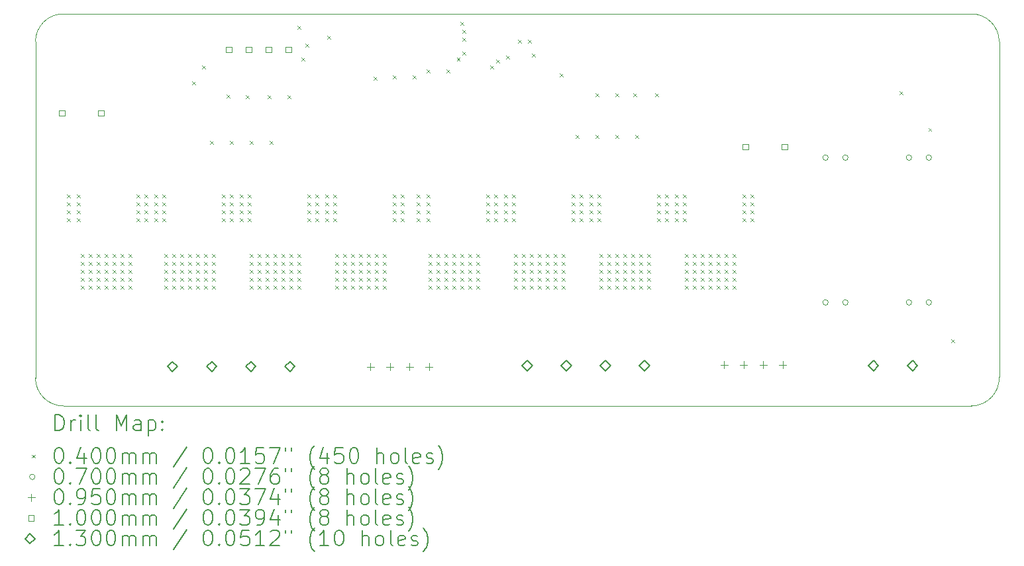
<source format=gbr>
%FSLAX45Y45*%
G04 Gerber Fmt 4.5, Leading zero omitted, Abs format (unit mm)*
G04 Created by KiCad (PCBNEW (6.0.0)) date 2022-12-27 21:59:18*
%MOMM*%
%LPD*%
G01*
G04 APERTURE LIST*
%TA.AperFunction,Profile*%
%ADD10C,0.100000*%
%TD*%
%ADD11C,0.200000*%
%ADD12C,0.040000*%
%ADD13C,0.070000*%
%ADD14C,0.095000*%
%ADD15C,0.100000*%
%ADD16C,0.130000*%
G04 APERTURE END LIST*
D10*
X9916300Y-8535800D02*
X9916300Y-12843700D01*
X21879800Y-13199527D02*
X10271900Y-13199300D01*
X22235400Y-8535800D02*
G75*
G03*
X21879800Y-8180200I-355600J0D01*
G01*
X9916300Y-12843700D02*
G75*
G03*
X10271900Y-13199300I355600J0D01*
G01*
X21879800Y-13199527D02*
G75*
G03*
X22235400Y-12831000I0J355827D01*
G01*
X10271900Y-8180200D02*
X21879800Y-8180200D01*
X10271900Y-8180200D02*
G75*
G03*
X9916300Y-8535800I0J-355600D01*
G01*
X22235400Y-8535800D02*
X22235400Y-12831000D01*
D11*
D12*
X10317800Y-10495600D02*
X10357800Y-10535600D01*
X10357800Y-10495600D02*
X10317800Y-10535600D01*
X10317800Y-10597200D02*
X10357800Y-10637200D01*
X10357800Y-10597200D02*
X10317800Y-10637200D01*
X10317800Y-10698800D02*
X10357800Y-10738800D01*
X10357800Y-10698800D02*
X10317800Y-10738800D01*
X10317800Y-10800400D02*
X10357800Y-10840400D01*
X10357800Y-10800400D02*
X10317800Y-10840400D01*
X10444800Y-10495600D02*
X10484800Y-10535600D01*
X10484800Y-10495600D02*
X10444800Y-10535600D01*
X10444800Y-10597200D02*
X10484800Y-10637200D01*
X10484800Y-10597200D02*
X10444800Y-10637200D01*
X10444800Y-10698800D02*
X10484800Y-10738800D01*
X10484800Y-10698800D02*
X10444800Y-10738800D01*
X10444800Y-10800400D02*
X10484800Y-10840400D01*
X10484800Y-10800400D02*
X10444800Y-10840400D01*
X10495600Y-11257600D02*
X10535600Y-11297600D01*
X10535600Y-11257600D02*
X10495600Y-11297600D01*
X10495600Y-11359200D02*
X10535600Y-11399200D01*
X10535600Y-11359200D02*
X10495600Y-11399200D01*
X10495600Y-11460800D02*
X10535600Y-11500800D01*
X10535600Y-11460800D02*
X10495600Y-11500800D01*
X10495600Y-11562400D02*
X10535600Y-11602400D01*
X10535600Y-11562400D02*
X10495600Y-11602400D01*
X10495600Y-11664000D02*
X10535600Y-11704000D01*
X10535600Y-11664000D02*
X10495600Y-11704000D01*
X10597200Y-11257600D02*
X10637200Y-11297600D01*
X10637200Y-11257600D02*
X10597200Y-11297600D01*
X10597200Y-11359200D02*
X10637200Y-11399200D01*
X10637200Y-11359200D02*
X10597200Y-11399200D01*
X10597200Y-11460800D02*
X10637200Y-11500800D01*
X10637200Y-11460800D02*
X10597200Y-11500800D01*
X10597200Y-11562400D02*
X10637200Y-11602400D01*
X10637200Y-11562400D02*
X10597200Y-11602400D01*
X10597200Y-11664000D02*
X10637200Y-11704000D01*
X10637200Y-11664000D02*
X10597200Y-11704000D01*
X10698800Y-11257600D02*
X10738800Y-11297600D01*
X10738800Y-11257600D02*
X10698800Y-11297600D01*
X10698800Y-11359200D02*
X10738800Y-11399200D01*
X10738800Y-11359200D02*
X10698800Y-11399200D01*
X10698800Y-11460800D02*
X10738800Y-11500800D01*
X10738800Y-11460800D02*
X10698800Y-11500800D01*
X10698800Y-11562400D02*
X10738800Y-11602400D01*
X10738800Y-11562400D02*
X10698800Y-11602400D01*
X10698800Y-11664000D02*
X10738800Y-11704000D01*
X10738800Y-11664000D02*
X10698800Y-11704000D01*
X10800400Y-11257600D02*
X10840400Y-11297600D01*
X10840400Y-11257600D02*
X10800400Y-11297600D01*
X10800400Y-11359200D02*
X10840400Y-11399200D01*
X10840400Y-11359200D02*
X10800400Y-11399200D01*
X10800400Y-11460800D02*
X10840400Y-11500800D01*
X10840400Y-11460800D02*
X10800400Y-11500800D01*
X10800400Y-11562400D02*
X10840400Y-11602400D01*
X10840400Y-11562400D02*
X10800400Y-11602400D01*
X10800400Y-11664000D02*
X10840400Y-11704000D01*
X10840400Y-11664000D02*
X10800400Y-11704000D01*
X10902000Y-11257600D02*
X10942000Y-11297600D01*
X10942000Y-11257600D02*
X10902000Y-11297600D01*
X10902000Y-11359200D02*
X10942000Y-11399200D01*
X10942000Y-11359200D02*
X10902000Y-11399200D01*
X10902000Y-11460800D02*
X10942000Y-11500800D01*
X10942000Y-11460800D02*
X10902000Y-11500800D01*
X10902000Y-11562400D02*
X10942000Y-11602400D01*
X10942000Y-11562400D02*
X10902000Y-11602400D01*
X10902000Y-11664000D02*
X10942000Y-11704000D01*
X10942000Y-11664000D02*
X10902000Y-11704000D01*
X11003600Y-11257600D02*
X11043600Y-11297600D01*
X11043600Y-11257600D02*
X11003600Y-11297600D01*
X11003600Y-11359200D02*
X11043600Y-11399200D01*
X11043600Y-11359200D02*
X11003600Y-11399200D01*
X11003600Y-11460800D02*
X11043600Y-11500800D01*
X11043600Y-11460800D02*
X11003600Y-11500800D01*
X11003600Y-11562400D02*
X11043600Y-11602400D01*
X11043600Y-11562400D02*
X11003600Y-11602400D01*
X11003600Y-11664000D02*
X11043600Y-11704000D01*
X11043600Y-11664000D02*
X11003600Y-11704000D01*
X11105200Y-11257600D02*
X11145200Y-11297600D01*
X11145200Y-11257600D02*
X11105200Y-11297600D01*
X11105200Y-11359200D02*
X11145200Y-11399200D01*
X11145200Y-11359200D02*
X11105200Y-11399200D01*
X11105200Y-11460800D02*
X11145200Y-11500800D01*
X11145200Y-11460800D02*
X11105200Y-11500800D01*
X11105200Y-11562400D02*
X11145200Y-11602400D01*
X11145200Y-11562400D02*
X11105200Y-11602400D01*
X11105200Y-11664000D02*
X11145200Y-11704000D01*
X11145200Y-11664000D02*
X11105200Y-11704000D01*
X11206800Y-10495600D02*
X11246800Y-10535600D01*
X11246800Y-10495600D02*
X11206800Y-10535600D01*
X11206800Y-10597200D02*
X11246800Y-10637200D01*
X11246800Y-10597200D02*
X11206800Y-10637200D01*
X11206800Y-10698800D02*
X11246800Y-10738800D01*
X11246800Y-10698800D02*
X11206800Y-10738800D01*
X11206800Y-10800400D02*
X11246800Y-10840400D01*
X11246800Y-10800400D02*
X11206800Y-10840400D01*
X11308400Y-10495600D02*
X11348400Y-10535600D01*
X11348400Y-10495600D02*
X11308400Y-10535600D01*
X11308400Y-10597200D02*
X11348400Y-10637200D01*
X11348400Y-10597200D02*
X11308400Y-10637200D01*
X11308400Y-10698800D02*
X11348400Y-10738800D01*
X11348400Y-10698800D02*
X11308400Y-10738800D01*
X11308400Y-10800400D02*
X11348400Y-10840400D01*
X11348400Y-10800400D02*
X11308400Y-10840400D01*
X11435400Y-10495600D02*
X11475400Y-10535600D01*
X11475400Y-10495600D02*
X11435400Y-10535600D01*
X11435400Y-10597200D02*
X11475400Y-10637200D01*
X11475400Y-10597200D02*
X11435400Y-10637200D01*
X11435400Y-10698800D02*
X11475400Y-10738800D01*
X11475400Y-10698800D02*
X11435400Y-10738800D01*
X11435400Y-10800400D02*
X11475400Y-10840400D01*
X11475400Y-10800400D02*
X11435400Y-10840400D01*
X11537000Y-10495600D02*
X11577000Y-10535600D01*
X11577000Y-10495600D02*
X11537000Y-10535600D01*
X11537000Y-10597200D02*
X11577000Y-10637200D01*
X11577000Y-10597200D02*
X11537000Y-10637200D01*
X11537000Y-10698800D02*
X11577000Y-10738800D01*
X11577000Y-10698800D02*
X11537000Y-10738800D01*
X11537000Y-10800400D02*
X11577000Y-10840400D01*
X11577000Y-10800400D02*
X11537000Y-10840400D01*
X11562400Y-11257600D02*
X11602400Y-11297600D01*
X11602400Y-11257600D02*
X11562400Y-11297600D01*
X11562400Y-11359200D02*
X11602400Y-11399200D01*
X11602400Y-11359200D02*
X11562400Y-11399200D01*
X11562400Y-11460800D02*
X11602400Y-11500800D01*
X11602400Y-11460800D02*
X11562400Y-11500800D01*
X11562400Y-11562400D02*
X11602400Y-11602400D01*
X11602400Y-11562400D02*
X11562400Y-11602400D01*
X11562400Y-11664000D02*
X11602400Y-11704000D01*
X11602400Y-11664000D02*
X11562400Y-11704000D01*
X11664000Y-11257600D02*
X11704000Y-11297600D01*
X11704000Y-11257600D02*
X11664000Y-11297600D01*
X11664000Y-11359200D02*
X11704000Y-11399200D01*
X11704000Y-11359200D02*
X11664000Y-11399200D01*
X11664000Y-11460800D02*
X11704000Y-11500800D01*
X11704000Y-11460800D02*
X11664000Y-11500800D01*
X11664000Y-11562400D02*
X11704000Y-11602400D01*
X11704000Y-11562400D02*
X11664000Y-11602400D01*
X11664000Y-11664000D02*
X11704000Y-11704000D01*
X11704000Y-11664000D02*
X11664000Y-11704000D01*
X11765600Y-11257600D02*
X11805600Y-11297600D01*
X11805600Y-11257600D02*
X11765600Y-11297600D01*
X11765600Y-11359200D02*
X11805600Y-11399200D01*
X11805600Y-11359200D02*
X11765600Y-11399200D01*
X11765600Y-11460800D02*
X11805600Y-11500800D01*
X11805600Y-11460800D02*
X11765600Y-11500800D01*
X11765600Y-11562400D02*
X11805600Y-11602400D01*
X11805600Y-11562400D02*
X11765600Y-11602400D01*
X11765600Y-11664000D02*
X11805600Y-11704000D01*
X11805600Y-11664000D02*
X11765600Y-11704000D01*
X11867200Y-11257600D02*
X11907200Y-11297600D01*
X11907200Y-11257600D02*
X11867200Y-11297600D01*
X11867200Y-11359200D02*
X11907200Y-11399200D01*
X11907200Y-11359200D02*
X11867200Y-11399200D01*
X11867200Y-11460800D02*
X11907200Y-11500800D01*
X11907200Y-11460800D02*
X11867200Y-11500800D01*
X11867200Y-11562400D02*
X11907200Y-11602400D01*
X11907200Y-11562400D02*
X11867200Y-11602400D01*
X11867200Y-11664000D02*
X11907200Y-11704000D01*
X11907200Y-11664000D02*
X11867200Y-11704000D01*
X11918000Y-9047800D02*
X11958000Y-9087800D01*
X11958000Y-9047800D02*
X11918000Y-9087800D01*
X11968800Y-11257600D02*
X12008800Y-11297600D01*
X12008800Y-11257600D02*
X11968800Y-11297600D01*
X11968800Y-11359200D02*
X12008800Y-11399200D01*
X12008800Y-11359200D02*
X11968800Y-11399200D01*
X11968800Y-11460800D02*
X12008800Y-11500800D01*
X12008800Y-11460800D02*
X11968800Y-11500800D01*
X11968800Y-11562400D02*
X12008800Y-11602400D01*
X12008800Y-11562400D02*
X11968800Y-11602400D01*
X11968800Y-11664000D02*
X12008800Y-11704000D01*
X12008800Y-11664000D02*
X11968800Y-11704000D01*
X12045000Y-8844600D02*
X12085000Y-8884600D01*
X12085000Y-8844600D02*
X12045000Y-8884600D01*
X12070400Y-11257600D02*
X12110400Y-11297600D01*
X12110400Y-11257600D02*
X12070400Y-11297600D01*
X12070400Y-11359200D02*
X12110400Y-11399200D01*
X12110400Y-11359200D02*
X12070400Y-11399200D01*
X12070400Y-11460800D02*
X12110400Y-11500800D01*
X12110400Y-11460800D02*
X12070400Y-11500800D01*
X12070400Y-11562400D02*
X12110400Y-11602400D01*
X12110400Y-11562400D02*
X12070400Y-11602400D01*
X12070400Y-11664000D02*
X12110400Y-11704000D01*
X12110400Y-11664000D02*
X12070400Y-11704000D01*
X12146600Y-9809800D02*
X12186600Y-9849800D01*
X12186600Y-9809800D02*
X12146600Y-9849800D01*
X12172000Y-11257600D02*
X12212000Y-11297600D01*
X12212000Y-11257600D02*
X12172000Y-11297600D01*
X12172000Y-11359200D02*
X12212000Y-11399200D01*
X12212000Y-11359200D02*
X12172000Y-11399200D01*
X12172000Y-11460800D02*
X12212000Y-11500800D01*
X12212000Y-11460800D02*
X12172000Y-11500800D01*
X12172000Y-11562400D02*
X12212000Y-11602400D01*
X12212000Y-11562400D02*
X12172000Y-11602400D01*
X12172000Y-11664000D02*
X12212000Y-11704000D01*
X12212000Y-11664000D02*
X12172000Y-11704000D01*
X12299000Y-10495600D02*
X12339000Y-10535600D01*
X12339000Y-10495600D02*
X12299000Y-10535600D01*
X12299000Y-10597200D02*
X12339000Y-10637200D01*
X12339000Y-10597200D02*
X12299000Y-10637200D01*
X12299000Y-10698800D02*
X12339000Y-10738800D01*
X12339000Y-10698800D02*
X12299000Y-10738800D01*
X12299000Y-10800400D02*
X12339000Y-10840400D01*
X12339000Y-10800400D02*
X12299000Y-10840400D01*
X12362500Y-9212900D02*
X12402500Y-9252900D01*
X12402500Y-9212900D02*
X12362500Y-9252900D01*
X12400600Y-9809800D02*
X12440600Y-9849800D01*
X12440600Y-9809800D02*
X12400600Y-9849800D01*
X12400600Y-10495600D02*
X12440600Y-10535600D01*
X12440600Y-10495600D02*
X12400600Y-10535600D01*
X12400600Y-10597200D02*
X12440600Y-10637200D01*
X12440600Y-10597200D02*
X12400600Y-10637200D01*
X12400600Y-10698800D02*
X12440600Y-10738800D01*
X12440600Y-10698800D02*
X12400600Y-10738800D01*
X12400600Y-10800400D02*
X12440600Y-10840400D01*
X12440600Y-10800400D02*
X12400600Y-10840400D01*
X12527600Y-10495600D02*
X12567600Y-10535600D01*
X12567600Y-10495600D02*
X12527600Y-10535600D01*
X12527600Y-10597200D02*
X12567600Y-10637200D01*
X12567600Y-10597200D02*
X12527600Y-10637200D01*
X12527600Y-10698800D02*
X12567600Y-10738800D01*
X12567600Y-10698800D02*
X12527600Y-10738800D01*
X12527600Y-10800400D02*
X12567600Y-10840400D01*
X12567600Y-10800400D02*
X12527600Y-10840400D01*
X12603800Y-9225600D02*
X12643800Y-9265600D01*
X12643800Y-9225600D02*
X12603800Y-9265600D01*
X12629200Y-10495600D02*
X12669200Y-10535600D01*
X12669200Y-10495600D02*
X12629200Y-10535600D01*
X12629200Y-10597200D02*
X12669200Y-10637200D01*
X12669200Y-10597200D02*
X12629200Y-10637200D01*
X12629200Y-10698800D02*
X12669200Y-10738800D01*
X12669200Y-10698800D02*
X12629200Y-10738800D01*
X12629200Y-10800400D02*
X12669200Y-10840400D01*
X12669200Y-10800400D02*
X12629200Y-10840400D01*
X12654600Y-9809800D02*
X12694600Y-9849800D01*
X12694600Y-9809800D02*
X12654600Y-9849800D01*
X12654600Y-11257600D02*
X12694600Y-11297600D01*
X12694600Y-11257600D02*
X12654600Y-11297600D01*
X12654600Y-11359200D02*
X12694600Y-11399200D01*
X12694600Y-11359200D02*
X12654600Y-11399200D01*
X12654600Y-11460800D02*
X12694600Y-11500800D01*
X12694600Y-11460800D02*
X12654600Y-11500800D01*
X12654600Y-11562400D02*
X12694600Y-11602400D01*
X12694600Y-11562400D02*
X12654600Y-11602400D01*
X12654600Y-11664000D02*
X12694600Y-11704000D01*
X12694600Y-11664000D02*
X12654600Y-11704000D01*
X12756200Y-11257600D02*
X12796200Y-11297600D01*
X12796200Y-11257600D02*
X12756200Y-11297600D01*
X12756200Y-11359200D02*
X12796200Y-11399200D01*
X12796200Y-11359200D02*
X12756200Y-11399200D01*
X12756200Y-11460800D02*
X12796200Y-11500800D01*
X12796200Y-11460800D02*
X12756200Y-11500800D01*
X12756200Y-11562400D02*
X12796200Y-11602400D01*
X12796200Y-11562400D02*
X12756200Y-11602400D01*
X12756200Y-11664000D02*
X12796200Y-11704000D01*
X12796200Y-11664000D02*
X12756200Y-11704000D01*
X12857800Y-11257600D02*
X12897800Y-11297600D01*
X12897800Y-11257600D02*
X12857800Y-11297600D01*
X12857800Y-11359200D02*
X12897800Y-11399200D01*
X12897800Y-11359200D02*
X12857800Y-11399200D01*
X12857800Y-11460800D02*
X12897800Y-11500800D01*
X12897800Y-11460800D02*
X12857800Y-11500800D01*
X12857800Y-11562400D02*
X12897800Y-11602400D01*
X12897800Y-11562400D02*
X12857800Y-11602400D01*
X12857800Y-11664000D02*
X12897800Y-11704000D01*
X12897800Y-11664000D02*
X12857800Y-11704000D01*
X12883200Y-9225600D02*
X12923200Y-9265600D01*
X12923200Y-9225600D02*
X12883200Y-9265600D01*
X12908600Y-9809800D02*
X12948600Y-9849800D01*
X12948600Y-9809800D02*
X12908600Y-9849800D01*
X12959400Y-11257600D02*
X12999400Y-11297600D01*
X12999400Y-11257600D02*
X12959400Y-11297600D01*
X12959400Y-11359200D02*
X12999400Y-11399200D01*
X12999400Y-11359200D02*
X12959400Y-11399200D01*
X12959400Y-11460800D02*
X12999400Y-11500800D01*
X12999400Y-11460800D02*
X12959400Y-11500800D01*
X12959400Y-11562400D02*
X12999400Y-11602400D01*
X12999400Y-11562400D02*
X12959400Y-11602400D01*
X12959400Y-11664000D02*
X12999400Y-11704000D01*
X12999400Y-11664000D02*
X12959400Y-11704000D01*
X13061000Y-11257600D02*
X13101000Y-11297600D01*
X13101000Y-11257600D02*
X13061000Y-11297600D01*
X13061000Y-11359200D02*
X13101000Y-11399200D01*
X13101000Y-11359200D02*
X13061000Y-11399200D01*
X13061000Y-11460800D02*
X13101000Y-11500800D01*
X13101000Y-11460800D02*
X13061000Y-11500800D01*
X13061000Y-11562400D02*
X13101000Y-11602400D01*
X13101000Y-11562400D02*
X13061000Y-11602400D01*
X13061000Y-11664000D02*
X13101000Y-11704000D01*
X13101000Y-11664000D02*
X13061000Y-11704000D01*
X13137200Y-9225600D02*
X13177200Y-9265600D01*
X13177200Y-9225600D02*
X13137200Y-9265600D01*
X13162600Y-11257600D02*
X13202600Y-11297600D01*
X13202600Y-11257600D02*
X13162600Y-11297600D01*
X13162600Y-11359200D02*
X13202600Y-11399200D01*
X13202600Y-11359200D02*
X13162600Y-11399200D01*
X13162600Y-11460800D02*
X13202600Y-11500800D01*
X13202600Y-11460800D02*
X13162600Y-11500800D01*
X13162600Y-11562400D02*
X13202600Y-11602400D01*
X13202600Y-11562400D02*
X13162600Y-11602400D01*
X13162600Y-11664000D02*
X13202600Y-11704000D01*
X13202600Y-11664000D02*
X13162600Y-11704000D01*
X13264200Y-8336600D02*
X13304200Y-8376600D01*
X13304200Y-8336600D02*
X13264200Y-8376600D01*
X13264200Y-11257600D02*
X13304200Y-11297600D01*
X13304200Y-11257600D02*
X13264200Y-11297600D01*
X13264200Y-11359200D02*
X13304200Y-11399200D01*
X13304200Y-11359200D02*
X13264200Y-11399200D01*
X13264200Y-11460800D02*
X13304200Y-11500800D01*
X13304200Y-11460800D02*
X13264200Y-11500800D01*
X13264200Y-11562400D02*
X13304200Y-11602400D01*
X13304200Y-11562400D02*
X13264200Y-11602400D01*
X13264200Y-11664000D02*
X13304200Y-11704000D01*
X13304200Y-11664000D02*
X13264200Y-11704000D01*
X13315000Y-8743000D02*
X13355000Y-8783000D01*
X13355000Y-8743000D02*
X13315000Y-8783000D01*
X13365800Y-8565200D02*
X13405800Y-8605200D01*
X13405800Y-8565200D02*
X13365800Y-8605200D01*
X13391200Y-10495600D02*
X13431200Y-10535600D01*
X13431200Y-10495600D02*
X13391200Y-10535600D01*
X13391200Y-10597200D02*
X13431200Y-10637200D01*
X13431200Y-10597200D02*
X13391200Y-10637200D01*
X13391200Y-10698800D02*
X13431200Y-10738800D01*
X13431200Y-10698800D02*
X13391200Y-10738800D01*
X13391200Y-10800400D02*
X13431200Y-10840400D01*
X13431200Y-10800400D02*
X13391200Y-10840400D01*
X13492800Y-10495600D02*
X13532800Y-10535600D01*
X13532800Y-10495600D02*
X13492800Y-10535600D01*
X13492800Y-10597200D02*
X13532800Y-10637200D01*
X13532800Y-10597200D02*
X13492800Y-10637200D01*
X13492800Y-10698800D02*
X13532800Y-10738800D01*
X13532800Y-10698800D02*
X13492800Y-10738800D01*
X13492800Y-10800400D02*
X13532800Y-10840400D01*
X13532800Y-10800400D02*
X13492800Y-10840400D01*
X13619800Y-10495600D02*
X13659800Y-10535600D01*
X13659800Y-10495600D02*
X13619800Y-10535600D01*
X13619800Y-10597200D02*
X13659800Y-10637200D01*
X13659800Y-10597200D02*
X13619800Y-10637200D01*
X13619800Y-10698800D02*
X13659800Y-10738800D01*
X13659800Y-10698800D02*
X13619800Y-10738800D01*
X13619800Y-10800400D02*
X13659800Y-10840400D01*
X13659800Y-10800400D02*
X13619800Y-10840400D01*
X13645200Y-8463600D02*
X13685200Y-8503600D01*
X13685200Y-8463600D02*
X13645200Y-8503600D01*
X13721400Y-10495600D02*
X13761400Y-10535600D01*
X13761400Y-10495600D02*
X13721400Y-10535600D01*
X13721400Y-10597200D02*
X13761400Y-10637200D01*
X13761400Y-10597200D02*
X13721400Y-10637200D01*
X13721400Y-10698800D02*
X13761400Y-10738800D01*
X13761400Y-10698800D02*
X13721400Y-10738800D01*
X13721400Y-10800400D02*
X13761400Y-10840400D01*
X13761400Y-10800400D02*
X13721400Y-10840400D01*
X13746800Y-11257600D02*
X13786800Y-11297600D01*
X13786800Y-11257600D02*
X13746800Y-11297600D01*
X13746800Y-11359200D02*
X13786800Y-11399200D01*
X13786800Y-11359200D02*
X13746800Y-11399200D01*
X13746800Y-11460800D02*
X13786800Y-11500800D01*
X13786800Y-11460800D02*
X13746800Y-11500800D01*
X13746800Y-11562400D02*
X13786800Y-11602400D01*
X13786800Y-11562400D02*
X13746800Y-11602400D01*
X13746800Y-11664000D02*
X13786800Y-11704000D01*
X13786800Y-11664000D02*
X13746800Y-11704000D01*
X13848400Y-11257600D02*
X13888400Y-11297600D01*
X13888400Y-11257600D02*
X13848400Y-11297600D01*
X13848400Y-11359200D02*
X13888400Y-11399200D01*
X13888400Y-11359200D02*
X13848400Y-11399200D01*
X13848400Y-11460800D02*
X13888400Y-11500800D01*
X13888400Y-11460800D02*
X13848400Y-11500800D01*
X13848400Y-11562400D02*
X13888400Y-11602400D01*
X13888400Y-11562400D02*
X13848400Y-11602400D01*
X13848400Y-11664000D02*
X13888400Y-11704000D01*
X13888400Y-11664000D02*
X13848400Y-11704000D01*
X13950000Y-11257600D02*
X13990000Y-11297600D01*
X13990000Y-11257600D02*
X13950000Y-11297600D01*
X13950000Y-11359200D02*
X13990000Y-11399200D01*
X13990000Y-11359200D02*
X13950000Y-11399200D01*
X13950000Y-11460800D02*
X13990000Y-11500800D01*
X13990000Y-11460800D02*
X13950000Y-11500800D01*
X13950000Y-11562400D02*
X13990000Y-11602400D01*
X13990000Y-11562400D02*
X13950000Y-11602400D01*
X13950000Y-11664000D02*
X13990000Y-11704000D01*
X13990000Y-11664000D02*
X13950000Y-11704000D01*
X14051600Y-11257600D02*
X14091600Y-11297600D01*
X14091600Y-11257600D02*
X14051600Y-11297600D01*
X14051600Y-11359200D02*
X14091600Y-11399200D01*
X14091600Y-11359200D02*
X14051600Y-11399200D01*
X14051600Y-11460800D02*
X14091600Y-11500800D01*
X14091600Y-11460800D02*
X14051600Y-11500800D01*
X14051600Y-11562400D02*
X14091600Y-11602400D01*
X14091600Y-11562400D02*
X14051600Y-11602400D01*
X14051600Y-11664000D02*
X14091600Y-11704000D01*
X14091600Y-11664000D02*
X14051600Y-11704000D01*
X14153200Y-11257600D02*
X14193200Y-11297600D01*
X14193200Y-11257600D02*
X14153200Y-11297600D01*
X14153200Y-11359200D02*
X14193200Y-11399200D01*
X14193200Y-11359200D02*
X14153200Y-11399200D01*
X14153200Y-11460800D02*
X14193200Y-11500800D01*
X14193200Y-11460800D02*
X14153200Y-11500800D01*
X14153200Y-11562400D02*
X14193200Y-11602400D01*
X14193200Y-11562400D02*
X14153200Y-11602400D01*
X14153200Y-11664000D02*
X14193200Y-11704000D01*
X14193200Y-11664000D02*
X14153200Y-11704000D01*
X14242100Y-8984300D02*
X14282100Y-9024300D01*
X14282100Y-8984300D02*
X14242100Y-9024300D01*
X14254800Y-11257600D02*
X14294800Y-11297600D01*
X14294800Y-11257600D02*
X14254800Y-11297600D01*
X14254800Y-11359200D02*
X14294800Y-11399200D01*
X14294800Y-11359200D02*
X14254800Y-11399200D01*
X14254800Y-11460800D02*
X14294800Y-11500800D01*
X14294800Y-11460800D02*
X14254800Y-11500800D01*
X14254800Y-11562400D02*
X14294800Y-11602400D01*
X14294800Y-11562400D02*
X14254800Y-11602400D01*
X14254800Y-11664000D02*
X14294800Y-11704000D01*
X14294800Y-11664000D02*
X14254800Y-11704000D01*
X14356400Y-11257600D02*
X14396400Y-11297600D01*
X14396400Y-11257600D02*
X14356400Y-11297600D01*
X14356400Y-11359200D02*
X14396400Y-11399200D01*
X14396400Y-11359200D02*
X14356400Y-11399200D01*
X14356400Y-11460800D02*
X14396400Y-11500800D01*
X14396400Y-11460800D02*
X14356400Y-11500800D01*
X14356400Y-11562400D02*
X14396400Y-11602400D01*
X14396400Y-11562400D02*
X14356400Y-11602400D01*
X14356400Y-11664000D02*
X14396400Y-11704000D01*
X14396400Y-11664000D02*
X14356400Y-11704000D01*
X14483400Y-8971600D02*
X14523400Y-9011600D01*
X14523400Y-8971600D02*
X14483400Y-9011600D01*
X14483400Y-10495600D02*
X14523400Y-10535600D01*
X14523400Y-10495600D02*
X14483400Y-10535600D01*
X14483400Y-10597200D02*
X14523400Y-10637200D01*
X14523400Y-10597200D02*
X14483400Y-10637200D01*
X14483400Y-10698800D02*
X14523400Y-10738800D01*
X14523400Y-10698800D02*
X14483400Y-10738800D01*
X14483400Y-10800400D02*
X14523400Y-10840400D01*
X14523400Y-10800400D02*
X14483400Y-10840400D01*
X14585000Y-10495600D02*
X14625000Y-10535600D01*
X14625000Y-10495600D02*
X14585000Y-10535600D01*
X14585000Y-10597200D02*
X14625000Y-10637200D01*
X14625000Y-10597200D02*
X14585000Y-10637200D01*
X14585000Y-10698800D02*
X14625000Y-10738800D01*
X14625000Y-10698800D02*
X14585000Y-10738800D01*
X14585000Y-10800400D02*
X14625000Y-10840400D01*
X14625000Y-10800400D02*
X14585000Y-10840400D01*
X14737400Y-8971600D02*
X14777400Y-9011600D01*
X14777400Y-8971600D02*
X14737400Y-9011600D01*
X14788200Y-10495600D02*
X14828200Y-10535600D01*
X14828200Y-10495600D02*
X14788200Y-10535600D01*
X14788200Y-10597200D02*
X14828200Y-10637200D01*
X14828200Y-10597200D02*
X14788200Y-10637200D01*
X14788200Y-10698800D02*
X14828200Y-10738800D01*
X14828200Y-10698800D02*
X14788200Y-10738800D01*
X14788200Y-10800400D02*
X14828200Y-10840400D01*
X14828200Y-10800400D02*
X14788200Y-10840400D01*
X14915200Y-8895400D02*
X14955200Y-8935400D01*
X14955200Y-8895400D02*
X14915200Y-8935400D01*
X14915200Y-10495600D02*
X14955200Y-10535600D01*
X14955200Y-10495600D02*
X14915200Y-10535600D01*
X14915200Y-10597200D02*
X14955200Y-10637200D01*
X14955200Y-10597200D02*
X14915200Y-10637200D01*
X14915200Y-10698800D02*
X14955200Y-10738800D01*
X14955200Y-10698800D02*
X14915200Y-10738800D01*
X14915200Y-10800400D02*
X14955200Y-10840400D01*
X14955200Y-10800400D02*
X14915200Y-10840400D01*
X14940600Y-11257600D02*
X14980600Y-11297600D01*
X14980600Y-11257600D02*
X14940600Y-11297600D01*
X14940600Y-11359200D02*
X14980600Y-11399200D01*
X14980600Y-11359200D02*
X14940600Y-11399200D01*
X14940600Y-11460800D02*
X14980600Y-11500800D01*
X14980600Y-11460800D02*
X14940600Y-11500800D01*
X14940600Y-11562400D02*
X14980600Y-11602400D01*
X14980600Y-11562400D02*
X14940600Y-11602400D01*
X14940600Y-11664000D02*
X14980600Y-11704000D01*
X14980600Y-11664000D02*
X14940600Y-11704000D01*
X15042200Y-11257600D02*
X15082200Y-11297600D01*
X15082200Y-11257600D02*
X15042200Y-11297600D01*
X15042200Y-11359200D02*
X15082200Y-11399200D01*
X15082200Y-11359200D02*
X15042200Y-11399200D01*
X15042200Y-11460800D02*
X15082200Y-11500800D01*
X15082200Y-11460800D02*
X15042200Y-11500800D01*
X15042200Y-11562400D02*
X15082200Y-11602400D01*
X15082200Y-11562400D02*
X15042200Y-11602400D01*
X15042200Y-11664000D02*
X15082200Y-11704000D01*
X15082200Y-11664000D02*
X15042200Y-11704000D01*
X15143800Y-11257600D02*
X15183800Y-11297600D01*
X15183800Y-11257600D02*
X15143800Y-11297600D01*
X15143800Y-11359200D02*
X15183800Y-11399200D01*
X15183800Y-11359200D02*
X15143800Y-11399200D01*
X15143800Y-11460800D02*
X15183800Y-11500800D01*
X15183800Y-11460800D02*
X15143800Y-11500800D01*
X15143800Y-11562400D02*
X15183800Y-11602400D01*
X15183800Y-11562400D02*
X15143800Y-11602400D01*
X15143800Y-11664000D02*
X15183800Y-11704000D01*
X15183800Y-11664000D02*
X15143800Y-11704000D01*
X15169200Y-8895400D02*
X15209200Y-8935400D01*
X15209200Y-8895400D02*
X15169200Y-8935400D01*
X15245400Y-11257600D02*
X15285400Y-11297600D01*
X15285400Y-11257600D02*
X15245400Y-11297600D01*
X15245400Y-11359200D02*
X15285400Y-11399200D01*
X15285400Y-11359200D02*
X15245400Y-11399200D01*
X15245400Y-11460800D02*
X15285400Y-11500800D01*
X15285400Y-11460800D02*
X15245400Y-11500800D01*
X15245400Y-11562400D02*
X15285400Y-11602400D01*
X15285400Y-11562400D02*
X15245400Y-11602400D01*
X15245400Y-11664000D02*
X15285400Y-11704000D01*
X15285400Y-11664000D02*
X15245400Y-11704000D01*
X15301849Y-8737351D02*
X15341849Y-8777351D01*
X15341849Y-8737351D02*
X15301849Y-8777351D01*
X15347000Y-8285800D02*
X15387000Y-8325800D01*
X15387000Y-8285800D02*
X15347000Y-8325800D01*
X15347000Y-11257600D02*
X15387000Y-11297600D01*
X15387000Y-11257600D02*
X15347000Y-11297600D01*
X15347000Y-11359200D02*
X15387000Y-11399200D01*
X15387000Y-11359200D02*
X15347000Y-11399200D01*
X15347000Y-11460800D02*
X15387000Y-11500800D01*
X15387000Y-11460800D02*
X15347000Y-11500800D01*
X15347000Y-11562400D02*
X15387000Y-11602400D01*
X15387000Y-11562400D02*
X15347000Y-11602400D01*
X15347000Y-11664000D02*
X15387000Y-11704000D01*
X15387000Y-11664000D02*
X15347000Y-11704000D01*
X15372400Y-8387400D02*
X15412400Y-8427400D01*
X15412400Y-8387400D02*
X15372400Y-8427400D01*
X15372400Y-8489000D02*
X15412400Y-8529000D01*
X15412400Y-8489000D02*
X15372400Y-8529000D01*
X15374300Y-8664900D02*
X15414300Y-8704900D01*
X15414300Y-8664900D02*
X15374300Y-8704900D01*
X15448600Y-11257600D02*
X15488600Y-11297600D01*
X15488600Y-11257600D02*
X15448600Y-11297600D01*
X15448600Y-11359200D02*
X15488600Y-11399200D01*
X15488600Y-11359200D02*
X15448600Y-11399200D01*
X15448600Y-11460800D02*
X15488600Y-11500800D01*
X15488600Y-11460800D02*
X15448600Y-11500800D01*
X15448600Y-11562400D02*
X15488600Y-11602400D01*
X15488600Y-11562400D02*
X15448600Y-11602400D01*
X15448600Y-11664000D02*
X15488600Y-11704000D01*
X15488600Y-11664000D02*
X15448600Y-11704000D01*
X15550200Y-11257600D02*
X15590200Y-11297600D01*
X15590200Y-11257600D02*
X15550200Y-11297600D01*
X15550200Y-11359200D02*
X15590200Y-11399200D01*
X15590200Y-11359200D02*
X15550200Y-11399200D01*
X15550200Y-11460800D02*
X15590200Y-11500800D01*
X15590200Y-11460800D02*
X15550200Y-11500800D01*
X15550200Y-11562400D02*
X15590200Y-11602400D01*
X15590200Y-11562400D02*
X15550200Y-11602400D01*
X15550200Y-11664000D02*
X15590200Y-11704000D01*
X15590200Y-11664000D02*
X15550200Y-11704000D01*
X15677200Y-10495600D02*
X15717200Y-10535600D01*
X15717200Y-10495600D02*
X15677200Y-10535600D01*
X15677200Y-10597200D02*
X15717200Y-10637200D01*
X15717200Y-10597200D02*
X15677200Y-10637200D01*
X15677200Y-10698800D02*
X15717200Y-10738800D01*
X15717200Y-10698800D02*
X15677200Y-10738800D01*
X15677200Y-10800400D02*
X15717200Y-10840400D01*
X15717200Y-10800400D02*
X15677200Y-10840400D01*
X15728000Y-8844600D02*
X15768000Y-8884600D01*
X15768000Y-8844600D02*
X15728000Y-8884600D01*
X15778800Y-10495600D02*
X15818800Y-10535600D01*
X15818800Y-10495600D02*
X15778800Y-10535600D01*
X15778800Y-10597200D02*
X15818800Y-10637200D01*
X15818800Y-10597200D02*
X15778800Y-10637200D01*
X15778800Y-10698800D02*
X15818800Y-10738800D01*
X15818800Y-10698800D02*
X15778800Y-10738800D01*
X15778800Y-10800400D02*
X15818800Y-10840400D01*
X15818800Y-10800400D02*
X15778800Y-10840400D01*
X15804200Y-8768400D02*
X15844200Y-8808400D01*
X15844200Y-8768400D02*
X15804200Y-8808400D01*
X15905800Y-10495600D02*
X15945800Y-10535600D01*
X15945800Y-10495600D02*
X15905800Y-10535600D01*
X15905800Y-10597200D02*
X15945800Y-10637200D01*
X15945800Y-10597200D02*
X15905800Y-10637200D01*
X15905800Y-10698800D02*
X15945800Y-10738800D01*
X15945800Y-10698800D02*
X15905800Y-10738800D01*
X15905800Y-10800400D02*
X15945800Y-10840400D01*
X15945800Y-10800400D02*
X15905800Y-10840400D01*
X15931200Y-8717600D02*
X15971200Y-8757600D01*
X15971200Y-8717600D02*
X15931200Y-8757600D01*
X16007400Y-10495600D02*
X16047400Y-10535600D01*
X16047400Y-10495600D02*
X16007400Y-10535600D01*
X16007400Y-10597200D02*
X16047400Y-10637200D01*
X16047400Y-10597200D02*
X16007400Y-10637200D01*
X16007400Y-10698800D02*
X16047400Y-10738800D01*
X16047400Y-10698800D02*
X16007400Y-10738800D01*
X16007400Y-10800400D02*
X16047400Y-10840400D01*
X16047400Y-10800400D02*
X16007400Y-10840400D01*
X16032800Y-11257600D02*
X16072800Y-11297600D01*
X16072800Y-11257600D02*
X16032800Y-11297600D01*
X16032800Y-11359200D02*
X16072800Y-11399200D01*
X16072800Y-11359200D02*
X16032800Y-11399200D01*
X16032800Y-11460800D02*
X16072800Y-11500800D01*
X16072800Y-11460800D02*
X16032800Y-11500800D01*
X16032800Y-11562400D02*
X16072800Y-11602400D01*
X16072800Y-11562400D02*
X16032800Y-11602400D01*
X16032800Y-11664000D02*
X16072800Y-11704000D01*
X16072800Y-11664000D02*
X16032800Y-11704000D01*
X16083600Y-8514400D02*
X16123600Y-8554400D01*
X16123600Y-8514400D02*
X16083600Y-8554400D01*
X16134400Y-11257600D02*
X16174400Y-11297600D01*
X16174400Y-11257600D02*
X16134400Y-11297600D01*
X16134400Y-11359200D02*
X16174400Y-11399200D01*
X16174400Y-11359200D02*
X16134400Y-11399200D01*
X16134400Y-11460800D02*
X16174400Y-11500800D01*
X16174400Y-11460800D02*
X16134400Y-11500800D01*
X16134400Y-11562400D02*
X16174400Y-11602400D01*
X16174400Y-11562400D02*
X16134400Y-11602400D01*
X16134400Y-11664000D02*
X16174400Y-11704000D01*
X16174400Y-11664000D02*
X16134400Y-11704000D01*
X16210600Y-8514400D02*
X16250600Y-8554400D01*
X16250600Y-8514400D02*
X16210600Y-8554400D01*
X16236000Y-11257600D02*
X16276000Y-11297600D01*
X16276000Y-11257600D02*
X16236000Y-11297600D01*
X16236000Y-11359200D02*
X16276000Y-11399200D01*
X16276000Y-11359200D02*
X16236000Y-11399200D01*
X16236000Y-11460800D02*
X16276000Y-11500800D01*
X16276000Y-11460800D02*
X16236000Y-11500800D01*
X16236000Y-11562400D02*
X16276000Y-11602400D01*
X16276000Y-11562400D02*
X16236000Y-11602400D01*
X16236000Y-11664000D02*
X16276000Y-11704000D01*
X16276000Y-11664000D02*
X16236000Y-11704000D01*
X16261400Y-8692200D02*
X16301400Y-8732200D01*
X16301400Y-8692200D02*
X16261400Y-8732200D01*
X16337600Y-11257600D02*
X16377600Y-11297600D01*
X16377600Y-11257600D02*
X16337600Y-11297600D01*
X16337600Y-11359200D02*
X16377600Y-11399200D01*
X16377600Y-11359200D02*
X16337600Y-11399200D01*
X16337600Y-11460800D02*
X16377600Y-11500800D01*
X16377600Y-11460800D02*
X16337600Y-11500800D01*
X16337600Y-11562400D02*
X16377600Y-11602400D01*
X16377600Y-11562400D02*
X16337600Y-11602400D01*
X16337600Y-11664000D02*
X16377600Y-11704000D01*
X16377600Y-11664000D02*
X16337600Y-11704000D01*
X16439200Y-11257600D02*
X16479200Y-11297600D01*
X16479200Y-11257600D02*
X16439200Y-11297600D01*
X16439200Y-11359200D02*
X16479200Y-11399200D01*
X16479200Y-11359200D02*
X16439200Y-11399200D01*
X16439200Y-11460800D02*
X16479200Y-11500800D01*
X16479200Y-11460800D02*
X16439200Y-11500800D01*
X16439200Y-11562400D02*
X16479200Y-11602400D01*
X16479200Y-11562400D02*
X16439200Y-11602400D01*
X16439200Y-11664000D02*
X16479200Y-11704000D01*
X16479200Y-11664000D02*
X16439200Y-11704000D01*
X16540800Y-11257600D02*
X16580800Y-11297600D01*
X16580800Y-11257600D02*
X16540800Y-11297600D01*
X16540800Y-11359200D02*
X16580800Y-11399200D01*
X16580800Y-11359200D02*
X16540800Y-11399200D01*
X16540800Y-11460800D02*
X16580800Y-11500800D01*
X16580800Y-11460800D02*
X16540800Y-11500800D01*
X16540800Y-11562400D02*
X16580800Y-11602400D01*
X16580800Y-11562400D02*
X16540800Y-11602400D01*
X16540800Y-11664000D02*
X16580800Y-11704000D01*
X16580800Y-11664000D02*
X16540800Y-11704000D01*
X16617000Y-8946200D02*
X16657000Y-8986200D01*
X16657000Y-8946200D02*
X16617000Y-8986200D01*
X16642400Y-11257600D02*
X16682400Y-11297600D01*
X16682400Y-11257600D02*
X16642400Y-11297600D01*
X16642400Y-11359200D02*
X16682400Y-11399200D01*
X16682400Y-11359200D02*
X16642400Y-11399200D01*
X16642400Y-11460800D02*
X16682400Y-11500800D01*
X16682400Y-11460800D02*
X16642400Y-11500800D01*
X16642400Y-11562400D02*
X16682400Y-11602400D01*
X16682400Y-11562400D02*
X16642400Y-11602400D01*
X16642400Y-11664000D02*
X16682400Y-11704000D01*
X16682400Y-11664000D02*
X16642400Y-11704000D01*
X16769400Y-10495600D02*
X16809400Y-10535600D01*
X16809400Y-10495600D02*
X16769400Y-10535600D01*
X16769400Y-10597200D02*
X16809400Y-10637200D01*
X16809400Y-10597200D02*
X16769400Y-10637200D01*
X16769400Y-10698800D02*
X16809400Y-10738800D01*
X16809400Y-10698800D02*
X16769400Y-10738800D01*
X16769400Y-10800400D02*
X16809400Y-10840400D01*
X16809400Y-10800400D02*
X16769400Y-10840400D01*
X16820200Y-9733600D02*
X16860200Y-9773600D01*
X16860200Y-9733600D02*
X16820200Y-9773600D01*
X16871000Y-10495600D02*
X16911000Y-10535600D01*
X16911000Y-10495600D02*
X16871000Y-10535600D01*
X16871000Y-10597200D02*
X16911000Y-10637200D01*
X16911000Y-10597200D02*
X16871000Y-10637200D01*
X16871000Y-10698800D02*
X16911000Y-10738800D01*
X16911000Y-10698800D02*
X16871000Y-10738800D01*
X16871000Y-10800400D02*
X16911000Y-10840400D01*
X16911000Y-10800400D02*
X16871000Y-10840400D01*
X16998000Y-10495600D02*
X17038000Y-10535600D01*
X17038000Y-10495600D02*
X16998000Y-10535600D01*
X16998000Y-10597200D02*
X17038000Y-10637200D01*
X17038000Y-10597200D02*
X16998000Y-10637200D01*
X16998000Y-10698800D02*
X17038000Y-10738800D01*
X17038000Y-10698800D02*
X16998000Y-10738800D01*
X16998000Y-10800400D02*
X17038000Y-10840400D01*
X17038000Y-10800400D02*
X16998000Y-10840400D01*
X17074200Y-9200200D02*
X17114200Y-9240200D01*
X17114200Y-9200200D02*
X17074200Y-9240200D01*
X17074200Y-9733600D02*
X17114200Y-9773600D01*
X17114200Y-9733600D02*
X17074200Y-9773600D01*
X17099600Y-10495600D02*
X17139600Y-10535600D01*
X17139600Y-10495600D02*
X17099600Y-10535600D01*
X17099600Y-10597200D02*
X17139600Y-10637200D01*
X17139600Y-10597200D02*
X17099600Y-10637200D01*
X17099600Y-10698800D02*
X17139600Y-10738800D01*
X17139600Y-10698800D02*
X17099600Y-10738800D01*
X17099600Y-10800400D02*
X17139600Y-10840400D01*
X17139600Y-10800400D02*
X17099600Y-10840400D01*
X17125000Y-11257600D02*
X17165000Y-11297600D01*
X17165000Y-11257600D02*
X17125000Y-11297600D01*
X17125000Y-11359200D02*
X17165000Y-11399200D01*
X17165000Y-11359200D02*
X17125000Y-11399200D01*
X17125000Y-11460800D02*
X17165000Y-11500800D01*
X17165000Y-11460800D02*
X17125000Y-11500800D01*
X17125000Y-11562400D02*
X17165000Y-11602400D01*
X17165000Y-11562400D02*
X17125000Y-11602400D01*
X17125000Y-11664000D02*
X17165000Y-11704000D01*
X17165000Y-11664000D02*
X17125000Y-11704000D01*
X17226600Y-11257600D02*
X17266600Y-11297600D01*
X17266600Y-11257600D02*
X17226600Y-11297600D01*
X17226600Y-11359200D02*
X17266600Y-11399200D01*
X17266600Y-11359200D02*
X17226600Y-11399200D01*
X17226600Y-11460800D02*
X17266600Y-11500800D01*
X17266600Y-11460800D02*
X17226600Y-11500800D01*
X17226600Y-11562400D02*
X17266600Y-11602400D01*
X17266600Y-11562400D02*
X17226600Y-11602400D01*
X17226600Y-11664000D02*
X17266600Y-11704000D01*
X17266600Y-11664000D02*
X17226600Y-11704000D01*
X17328200Y-9200200D02*
X17368200Y-9240200D01*
X17368200Y-9200200D02*
X17328200Y-9240200D01*
X17328200Y-9733600D02*
X17368200Y-9773600D01*
X17368200Y-9733600D02*
X17328200Y-9773600D01*
X17328200Y-11257600D02*
X17368200Y-11297600D01*
X17368200Y-11257600D02*
X17328200Y-11297600D01*
X17328200Y-11359200D02*
X17368200Y-11399200D01*
X17368200Y-11359200D02*
X17328200Y-11399200D01*
X17328200Y-11460800D02*
X17368200Y-11500800D01*
X17368200Y-11460800D02*
X17328200Y-11500800D01*
X17328200Y-11562400D02*
X17368200Y-11602400D01*
X17368200Y-11562400D02*
X17328200Y-11602400D01*
X17328200Y-11664000D02*
X17368200Y-11704000D01*
X17368200Y-11664000D02*
X17328200Y-11704000D01*
X17429800Y-11257600D02*
X17469800Y-11297600D01*
X17469800Y-11257600D02*
X17429800Y-11297600D01*
X17429800Y-11359200D02*
X17469800Y-11399200D01*
X17469800Y-11359200D02*
X17429800Y-11399200D01*
X17429800Y-11460800D02*
X17469800Y-11500800D01*
X17469800Y-11460800D02*
X17429800Y-11500800D01*
X17429800Y-11562400D02*
X17469800Y-11602400D01*
X17469800Y-11562400D02*
X17429800Y-11602400D01*
X17429800Y-11664000D02*
X17469800Y-11704000D01*
X17469800Y-11664000D02*
X17429800Y-11704000D01*
X17531400Y-11257600D02*
X17571400Y-11297600D01*
X17571400Y-11257600D02*
X17531400Y-11297600D01*
X17531400Y-11359200D02*
X17571400Y-11399200D01*
X17571400Y-11359200D02*
X17531400Y-11399200D01*
X17531400Y-11460800D02*
X17571400Y-11500800D01*
X17571400Y-11460800D02*
X17531400Y-11500800D01*
X17531400Y-11562400D02*
X17571400Y-11602400D01*
X17571400Y-11562400D02*
X17531400Y-11602400D01*
X17531400Y-11664000D02*
X17571400Y-11704000D01*
X17571400Y-11664000D02*
X17531400Y-11704000D01*
X17556800Y-9200200D02*
X17596800Y-9240200D01*
X17596800Y-9200200D02*
X17556800Y-9240200D01*
X17582200Y-9733600D02*
X17622200Y-9773600D01*
X17622200Y-9733600D02*
X17582200Y-9773600D01*
X17633000Y-11257600D02*
X17673000Y-11297600D01*
X17673000Y-11257600D02*
X17633000Y-11297600D01*
X17633000Y-11359200D02*
X17673000Y-11399200D01*
X17673000Y-11359200D02*
X17633000Y-11399200D01*
X17633000Y-11460800D02*
X17673000Y-11500800D01*
X17673000Y-11460800D02*
X17633000Y-11500800D01*
X17633000Y-11562400D02*
X17673000Y-11602400D01*
X17673000Y-11562400D02*
X17633000Y-11602400D01*
X17633000Y-11664000D02*
X17673000Y-11704000D01*
X17673000Y-11664000D02*
X17633000Y-11704000D01*
X17734600Y-11257600D02*
X17774600Y-11297600D01*
X17774600Y-11257600D02*
X17734600Y-11297600D01*
X17734600Y-11359200D02*
X17774600Y-11399200D01*
X17774600Y-11359200D02*
X17734600Y-11399200D01*
X17734600Y-11460800D02*
X17774600Y-11500800D01*
X17774600Y-11460800D02*
X17734600Y-11500800D01*
X17734600Y-11562400D02*
X17774600Y-11602400D01*
X17774600Y-11562400D02*
X17734600Y-11602400D01*
X17734600Y-11664000D02*
X17774600Y-11704000D01*
X17774600Y-11664000D02*
X17734600Y-11704000D01*
X17836200Y-9200200D02*
X17876200Y-9240200D01*
X17876200Y-9200200D02*
X17836200Y-9240200D01*
X17861600Y-10495600D02*
X17901600Y-10535600D01*
X17901600Y-10495600D02*
X17861600Y-10535600D01*
X17861600Y-10597200D02*
X17901600Y-10637200D01*
X17901600Y-10597200D02*
X17861600Y-10637200D01*
X17861600Y-10698800D02*
X17901600Y-10738800D01*
X17901600Y-10698800D02*
X17861600Y-10738800D01*
X17861600Y-10800400D02*
X17901600Y-10840400D01*
X17901600Y-10800400D02*
X17861600Y-10840400D01*
X17963200Y-10495600D02*
X18003200Y-10535600D01*
X18003200Y-10495600D02*
X17963200Y-10535600D01*
X17963200Y-10597200D02*
X18003200Y-10637200D01*
X18003200Y-10597200D02*
X17963200Y-10637200D01*
X17963200Y-10698800D02*
X18003200Y-10738800D01*
X18003200Y-10698800D02*
X17963200Y-10738800D01*
X17963200Y-10800400D02*
X18003200Y-10840400D01*
X18003200Y-10800400D02*
X17963200Y-10840400D01*
X18090200Y-10495600D02*
X18130200Y-10535600D01*
X18130200Y-10495600D02*
X18090200Y-10535600D01*
X18090200Y-10597200D02*
X18130200Y-10637200D01*
X18130200Y-10597200D02*
X18090200Y-10637200D01*
X18090200Y-10698800D02*
X18130200Y-10738800D01*
X18130200Y-10698800D02*
X18090200Y-10738800D01*
X18090200Y-10800400D02*
X18130200Y-10840400D01*
X18130200Y-10800400D02*
X18090200Y-10840400D01*
X18191800Y-10495600D02*
X18231800Y-10535600D01*
X18231800Y-10495600D02*
X18191800Y-10535600D01*
X18191800Y-10597200D02*
X18231800Y-10637200D01*
X18231800Y-10597200D02*
X18191800Y-10637200D01*
X18191800Y-10698800D02*
X18231800Y-10738800D01*
X18231800Y-10698800D02*
X18191800Y-10738800D01*
X18191800Y-10800400D02*
X18231800Y-10840400D01*
X18231800Y-10800400D02*
X18191800Y-10840400D01*
X18217200Y-11257600D02*
X18257200Y-11297600D01*
X18257200Y-11257600D02*
X18217200Y-11297600D01*
X18217200Y-11359200D02*
X18257200Y-11399200D01*
X18257200Y-11359200D02*
X18217200Y-11399200D01*
X18217200Y-11460800D02*
X18257200Y-11500800D01*
X18257200Y-11460800D02*
X18217200Y-11500800D01*
X18217200Y-11562400D02*
X18257200Y-11602400D01*
X18257200Y-11562400D02*
X18217200Y-11602400D01*
X18217200Y-11664000D02*
X18257200Y-11704000D01*
X18257200Y-11664000D02*
X18217200Y-11704000D01*
X18318800Y-11257600D02*
X18358800Y-11297600D01*
X18358800Y-11257600D02*
X18318800Y-11297600D01*
X18318800Y-11359200D02*
X18358800Y-11399200D01*
X18358800Y-11359200D02*
X18318800Y-11399200D01*
X18318800Y-11460800D02*
X18358800Y-11500800D01*
X18358800Y-11460800D02*
X18318800Y-11500800D01*
X18318800Y-11562400D02*
X18358800Y-11602400D01*
X18358800Y-11562400D02*
X18318800Y-11602400D01*
X18318800Y-11664000D02*
X18358800Y-11704000D01*
X18358800Y-11664000D02*
X18318800Y-11704000D01*
X18420400Y-11257600D02*
X18460400Y-11297600D01*
X18460400Y-11257600D02*
X18420400Y-11297600D01*
X18420400Y-11359200D02*
X18460400Y-11399200D01*
X18460400Y-11359200D02*
X18420400Y-11399200D01*
X18420400Y-11460800D02*
X18460400Y-11500800D01*
X18460400Y-11460800D02*
X18420400Y-11500800D01*
X18420400Y-11562400D02*
X18460400Y-11602400D01*
X18460400Y-11562400D02*
X18420400Y-11602400D01*
X18420400Y-11664000D02*
X18460400Y-11704000D01*
X18460400Y-11664000D02*
X18420400Y-11704000D01*
X18522000Y-11257600D02*
X18562000Y-11297600D01*
X18562000Y-11257600D02*
X18522000Y-11297600D01*
X18522000Y-11359200D02*
X18562000Y-11399200D01*
X18562000Y-11359200D02*
X18522000Y-11399200D01*
X18522000Y-11460800D02*
X18562000Y-11500800D01*
X18562000Y-11460800D02*
X18522000Y-11500800D01*
X18522000Y-11562400D02*
X18562000Y-11602400D01*
X18562000Y-11562400D02*
X18522000Y-11602400D01*
X18522000Y-11664000D02*
X18562000Y-11704000D01*
X18562000Y-11664000D02*
X18522000Y-11704000D01*
X18623600Y-11257600D02*
X18663600Y-11297600D01*
X18663600Y-11257600D02*
X18623600Y-11297600D01*
X18623600Y-11359200D02*
X18663600Y-11399200D01*
X18663600Y-11359200D02*
X18623600Y-11399200D01*
X18623600Y-11460800D02*
X18663600Y-11500800D01*
X18663600Y-11460800D02*
X18623600Y-11500800D01*
X18623600Y-11562400D02*
X18663600Y-11602400D01*
X18663600Y-11562400D02*
X18623600Y-11602400D01*
X18623600Y-11664000D02*
X18663600Y-11704000D01*
X18663600Y-11664000D02*
X18623600Y-11704000D01*
X18725200Y-11257600D02*
X18765200Y-11297600D01*
X18765200Y-11257600D02*
X18725200Y-11297600D01*
X18725200Y-11359200D02*
X18765200Y-11399200D01*
X18765200Y-11359200D02*
X18725200Y-11399200D01*
X18725200Y-11460800D02*
X18765200Y-11500800D01*
X18765200Y-11460800D02*
X18725200Y-11500800D01*
X18725200Y-11562400D02*
X18765200Y-11602400D01*
X18765200Y-11562400D02*
X18725200Y-11602400D01*
X18725200Y-11664000D02*
X18765200Y-11704000D01*
X18765200Y-11664000D02*
X18725200Y-11704000D01*
X18826800Y-11257600D02*
X18866800Y-11297600D01*
X18866800Y-11257600D02*
X18826800Y-11297600D01*
X18826800Y-11359200D02*
X18866800Y-11399200D01*
X18866800Y-11359200D02*
X18826800Y-11399200D01*
X18826800Y-11460800D02*
X18866800Y-11500800D01*
X18866800Y-11460800D02*
X18826800Y-11500800D01*
X18826800Y-11562400D02*
X18866800Y-11602400D01*
X18866800Y-11562400D02*
X18826800Y-11602400D01*
X18826800Y-11664000D02*
X18866800Y-11704000D01*
X18866800Y-11664000D02*
X18826800Y-11704000D01*
X18953800Y-10495600D02*
X18993800Y-10535600D01*
X18993800Y-10495600D02*
X18953800Y-10535600D01*
X18953800Y-10597200D02*
X18993800Y-10637200D01*
X18993800Y-10597200D02*
X18953800Y-10637200D01*
X18953800Y-10698800D02*
X18993800Y-10738800D01*
X18993800Y-10698800D02*
X18953800Y-10738800D01*
X18953800Y-10800400D02*
X18993800Y-10840400D01*
X18993800Y-10800400D02*
X18953800Y-10840400D01*
X19055400Y-10495600D02*
X19095400Y-10535600D01*
X19095400Y-10495600D02*
X19055400Y-10535600D01*
X19055400Y-10597200D02*
X19095400Y-10637200D01*
X19095400Y-10597200D02*
X19055400Y-10637200D01*
X19055400Y-10698800D02*
X19095400Y-10738800D01*
X19095400Y-10698800D02*
X19055400Y-10738800D01*
X19055400Y-10800400D02*
X19095400Y-10840400D01*
X19095400Y-10800400D02*
X19055400Y-10840400D01*
X20960400Y-9174800D02*
X21000400Y-9214800D01*
X21000400Y-9174800D02*
X20960400Y-9214800D01*
X21331200Y-9642200D02*
X21371200Y-9682200D01*
X21371200Y-9642200D02*
X21331200Y-9682200D01*
X21620800Y-12349800D02*
X21660800Y-12389800D01*
X21660800Y-12349800D02*
X21620800Y-12389800D01*
D13*
X20050200Y-10020300D02*
G75*
G03*
X20050200Y-10020300I-35000J0D01*
G01*
X20050200Y-11874500D02*
G75*
G03*
X20050200Y-11874500I-35000J0D01*
G01*
X20304200Y-10020300D02*
G75*
G03*
X20304200Y-10020300I-35000J0D01*
G01*
X20304200Y-11874500D02*
G75*
G03*
X20304200Y-11874500I-35000J0D01*
G01*
X21117000Y-10020300D02*
G75*
G03*
X21117000Y-10020300I-35000J0D01*
G01*
X21117000Y-11874500D02*
G75*
G03*
X21117000Y-11874500I-35000J0D01*
G01*
X21371000Y-10020300D02*
G75*
G03*
X21371000Y-10020300I-35000J0D01*
G01*
X21371000Y-11874500D02*
G75*
G03*
X21371000Y-11874500I-35000J0D01*
G01*
D14*
X14198300Y-12650800D02*
X14198300Y-12745800D01*
X14150800Y-12698300D02*
X14245800Y-12698300D01*
X14448300Y-12650800D02*
X14448300Y-12745800D01*
X14400800Y-12698300D02*
X14495800Y-12698300D01*
X14698300Y-12650800D02*
X14698300Y-12745800D01*
X14650800Y-12698300D02*
X14745800Y-12698300D01*
X14948300Y-12650800D02*
X14948300Y-12745800D01*
X14900800Y-12698300D02*
X14995800Y-12698300D01*
X18719500Y-12627100D02*
X18719500Y-12722100D01*
X18672000Y-12674600D02*
X18767000Y-12674600D01*
X18969500Y-12627100D02*
X18969500Y-12722100D01*
X18922000Y-12674600D02*
X19017000Y-12674600D01*
X19219500Y-12627100D02*
X19219500Y-12722100D01*
X19172000Y-12674600D02*
X19267000Y-12674600D01*
X19469500Y-12627100D02*
X19469500Y-12722100D01*
X19422000Y-12674600D02*
X19517000Y-12674600D01*
D15*
X10288788Y-9484156D02*
X10288788Y-9413444D01*
X10218077Y-9413444D01*
X10218077Y-9484156D01*
X10288788Y-9484156D01*
X10788788Y-9484156D02*
X10788788Y-9413444D01*
X10718077Y-9413444D01*
X10718077Y-9484156D01*
X10788788Y-9484156D01*
X12424256Y-8671356D02*
X12424256Y-8600644D01*
X12353544Y-8600644D01*
X12353544Y-8671356D01*
X12424256Y-8671356D01*
X12678256Y-8671356D02*
X12678256Y-8600644D01*
X12607544Y-8600644D01*
X12607544Y-8671356D01*
X12678256Y-8671356D01*
X12932256Y-8671356D02*
X12932256Y-8600644D01*
X12861544Y-8600644D01*
X12861544Y-8671356D01*
X12932256Y-8671356D01*
X13186256Y-8671356D02*
X13186256Y-8600644D01*
X13115544Y-8600644D01*
X13115544Y-8671356D01*
X13186256Y-8671356D01*
X19026388Y-9915956D02*
X19026388Y-9845244D01*
X18955677Y-9845244D01*
X18955677Y-9915956D01*
X19026388Y-9915956D01*
X19526388Y-9915956D02*
X19526388Y-9845244D01*
X19455677Y-9845244D01*
X19455677Y-9915956D01*
X19526388Y-9915956D01*
D16*
X11668300Y-12761400D02*
X11733300Y-12696400D01*
X11668300Y-12631400D01*
X11603300Y-12696400D01*
X11668300Y-12761400D01*
X12168300Y-12761400D02*
X12233300Y-12696400D01*
X12168300Y-12631400D01*
X12103300Y-12696400D01*
X12168300Y-12761400D01*
X12668300Y-12761400D02*
X12733300Y-12696400D01*
X12668300Y-12631400D01*
X12603300Y-12696400D01*
X12668300Y-12761400D01*
X13168300Y-12761400D02*
X13233300Y-12696400D01*
X13168300Y-12631400D01*
X13103300Y-12696400D01*
X13168300Y-12761400D01*
X16202200Y-12748700D02*
X16267200Y-12683700D01*
X16202200Y-12618700D01*
X16137200Y-12683700D01*
X16202200Y-12748700D01*
X16702200Y-12748700D02*
X16767200Y-12683700D01*
X16702200Y-12618700D01*
X16637200Y-12683700D01*
X16702200Y-12748700D01*
X17202200Y-12748700D02*
X17267200Y-12683700D01*
X17202200Y-12618700D01*
X17137200Y-12683700D01*
X17202200Y-12748700D01*
X17702200Y-12748700D02*
X17767200Y-12683700D01*
X17702200Y-12618700D01*
X17637200Y-12683700D01*
X17702200Y-12748700D01*
X20626500Y-12748700D02*
X20691500Y-12683700D01*
X20626500Y-12618700D01*
X20561500Y-12683700D01*
X20626500Y-12748700D01*
X21126500Y-12748700D02*
X21191500Y-12683700D01*
X21126500Y-12618700D01*
X21061500Y-12683700D01*
X21126500Y-12748700D01*
D11*
X10168919Y-13515003D02*
X10168919Y-13315003D01*
X10216538Y-13315003D01*
X10245110Y-13324527D01*
X10264157Y-13343574D01*
X10273681Y-13362622D01*
X10283205Y-13400717D01*
X10283205Y-13429289D01*
X10273681Y-13467384D01*
X10264157Y-13486431D01*
X10245110Y-13505479D01*
X10216538Y-13515003D01*
X10168919Y-13515003D01*
X10368919Y-13515003D02*
X10368919Y-13381669D01*
X10368919Y-13419765D02*
X10378443Y-13400717D01*
X10387967Y-13391193D01*
X10407014Y-13381669D01*
X10426062Y-13381669D01*
X10492729Y-13515003D02*
X10492729Y-13381669D01*
X10492729Y-13315003D02*
X10483205Y-13324527D01*
X10492729Y-13334050D01*
X10502252Y-13324527D01*
X10492729Y-13315003D01*
X10492729Y-13334050D01*
X10616538Y-13515003D02*
X10597490Y-13505479D01*
X10587967Y-13486431D01*
X10587967Y-13315003D01*
X10721300Y-13515003D02*
X10702252Y-13505479D01*
X10692729Y-13486431D01*
X10692729Y-13315003D01*
X10949871Y-13515003D02*
X10949871Y-13315003D01*
X11016538Y-13457860D01*
X11083205Y-13315003D01*
X11083205Y-13515003D01*
X11264157Y-13515003D02*
X11264157Y-13410241D01*
X11254633Y-13391193D01*
X11235586Y-13381669D01*
X11197490Y-13381669D01*
X11178443Y-13391193D01*
X11264157Y-13505479D02*
X11245109Y-13515003D01*
X11197490Y-13515003D01*
X11178443Y-13505479D01*
X11168919Y-13486431D01*
X11168919Y-13467384D01*
X11178443Y-13448336D01*
X11197490Y-13438812D01*
X11245109Y-13438812D01*
X11264157Y-13429289D01*
X11359395Y-13381669D02*
X11359395Y-13581669D01*
X11359395Y-13391193D02*
X11378443Y-13381669D01*
X11416538Y-13381669D01*
X11435586Y-13391193D01*
X11445109Y-13400717D01*
X11454633Y-13419765D01*
X11454633Y-13476908D01*
X11445109Y-13495955D01*
X11435586Y-13505479D01*
X11416538Y-13515003D01*
X11378443Y-13515003D01*
X11359395Y-13505479D01*
X11540348Y-13495955D02*
X11549871Y-13505479D01*
X11540348Y-13515003D01*
X11530824Y-13505479D01*
X11540348Y-13495955D01*
X11540348Y-13515003D01*
X11540348Y-13391193D02*
X11549871Y-13400717D01*
X11540348Y-13410241D01*
X11530824Y-13400717D01*
X11540348Y-13391193D01*
X11540348Y-13410241D01*
D12*
X9871300Y-13824527D02*
X9911300Y-13864527D01*
X9911300Y-13824527D02*
X9871300Y-13864527D01*
D11*
X10207014Y-13735003D02*
X10226062Y-13735003D01*
X10245110Y-13744527D01*
X10254633Y-13754050D01*
X10264157Y-13773098D01*
X10273681Y-13811193D01*
X10273681Y-13858812D01*
X10264157Y-13896908D01*
X10254633Y-13915955D01*
X10245110Y-13925479D01*
X10226062Y-13935003D01*
X10207014Y-13935003D01*
X10187967Y-13925479D01*
X10178443Y-13915955D01*
X10168919Y-13896908D01*
X10159395Y-13858812D01*
X10159395Y-13811193D01*
X10168919Y-13773098D01*
X10178443Y-13754050D01*
X10187967Y-13744527D01*
X10207014Y-13735003D01*
X10359395Y-13915955D02*
X10368919Y-13925479D01*
X10359395Y-13935003D01*
X10349871Y-13925479D01*
X10359395Y-13915955D01*
X10359395Y-13935003D01*
X10540348Y-13801669D02*
X10540348Y-13935003D01*
X10492729Y-13725479D02*
X10445110Y-13868336D01*
X10568919Y-13868336D01*
X10683205Y-13735003D02*
X10702252Y-13735003D01*
X10721300Y-13744527D01*
X10730824Y-13754050D01*
X10740348Y-13773098D01*
X10749871Y-13811193D01*
X10749871Y-13858812D01*
X10740348Y-13896908D01*
X10730824Y-13915955D01*
X10721300Y-13925479D01*
X10702252Y-13935003D01*
X10683205Y-13935003D01*
X10664157Y-13925479D01*
X10654633Y-13915955D01*
X10645110Y-13896908D01*
X10635586Y-13858812D01*
X10635586Y-13811193D01*
X10645110Y-13773098D01*
X10654633Y-13754050D01*
X10664157Y-13744527D01*
X10683205Y-13735003D01*
X10873681Y-13735003D02*
X10892729Y-13735003D01*
X10911776Y-13744527D01*
X10921300Y-13754050D01*
X10930824Y-13773098D01*
X10940348Y-13811193D01*
X10940348Y-13858812D01*
X10930824Y-13896908D01*
X10921300Y-13915955D01*
X10911776Y-13925479D01*
X10892729Y-13935003D01*
X10873681Y-13935003D01*
X10854633Y-13925479D01*
X10845110Y-13915955D01*
X10835586Y-13896908D01*
X10826062Y-13858812D01*
X10826062Y-13811193D01*
X10835586Y-13773098D01*
X10845110Y-13754050D01*
X10854633Y-13744527D01*
X10873681Y-13735003D01*
X11026062Y-13935003D02*
X11026062Y-13801669D01*
X11026062Y-13820717D02*
X11035586Y-13811193D01*
X11054633Y-13801669D01*
X11083205Y-13801669D01*
X11102252Y-13811193D01*
X11111776Y-13830241D01*
X11111776Y-13935003D01*
X11111776Y-13830241D02*
X11121300Y-13811193D01*
X11140348Y-13801669D01*
X11168919Y-13801669D01*
X11187967Y-13811193D01*
X11197490Y-13830241D01*
X11197490Y-13935003D01*
X11292728Y-13935003D02*
X11292728Y-13801669D01*
X11292728Y-13820717D02*
X11302252Y-13811193D01*
X11321300Y-13801669D01*
X11349871Y-13801669D01*
X11368919Y-13811193D01*
X11378443Y-13830241D01*
X11378443Y-13935003D01*
X11378443Y-13830241D02*
X11387967Y-13811193D01*
X11407014Y-13801669D01*
X11435586Y-13801669D01*
X11454633Y-13811193D01*
X11464157Y-13830241D01*
X11464157Y-13935003D01*
X11854633Y-13725479D02*
X11683205Y-13982622D01*
X12111776Y-13735003D02*
X12130824Y-13735003D01*
X12149871Y-13744527D01*
X12159395Y-13754050D01*
X12168919Y-13773098D01*
X12178443Y-13811193D01*
X12178443Y-13858812D01*
X12168919Y-13896908D01*
X12159395Y-13915955D01*
X12149871Y-13925479D01*
X12130824Y-13935003D01*
X12111776Y-13935003D01*
X12092728Y-13925479D01*
X12083205Y-13915955D01*
X12073681Y-13896908D01*
X12064157Y-13858812D01*
X12064157Y-13811193D01*
X12073681Y-13773098D01*
X12083205Y-13754050D01*
X12092728Y-13744527D01*
X12111776Y-13735003D01*
X12264157Y-13915955D02*
X12273681Y-13925479D01*
X12264157Y-13935003D01*
X12254633Y-13925479D01*
X12264157Y-13915955D01*
X12264157Y-13935003D01*
X12397490Y-13735003D02*
X12416538Y-13735003D01*
X12435586Y-13744527D01*
X12445109Y-13754050D01*
X12454633Y-13773098D01*
X12464157Y-13811193D01*
X12464157Y-13858812D01*
X12454633Y-13896908D01*
X12445109Y-13915955D01*
X12435586Y-13925479D01*
X12416538Y-13935003D01*
X12397490Y-13935003D01*
X12378443Y-13925479D01*
X12368919Y-13915955D01*
X12359395Y-13896908D01*
X12349871Y-13858812D01*
X12349871Y-13811193D01*
X12359395Y-13773098D01*
X12368919Y-13754050D01*
X12378443Y-13744527D01*
X12397490Y-13735003D01*
X12654633Y-13935003D02*
X12540348Y-13935003D01*
X12597490Y-13935003D02*
X12597490Y-13735003D01*
X12578443Y-13763574D01*
X12559395Y-13782622D01*
X12540348Y-13792146D01*
X12835586Y-13735003D02*
X12740348Y-13735003D01*
X12730824Y-13830241D01*
X12740348Y-13820717D01*
X12759395Y-13811193D01*
X12807014Y-13811193D01*
X12826062Y-13820717D01*
X12835586Y-13830241D01*
X12845109Y-13849289D01*
X12845109Y-13896908D01*
X12835586Y-13915955D01*
X12826062Y-13925479D01*
X12807014Y-13935003D01*
X12759395Y-13935003D01*
X12740348Y-13925479D01*
X12730824Y-13915955D01*
X12911776Y-13735003D02*
X13045109Y-13735003D01*
X12959395Y-13935003D01*
X13111776Y-13735003D02*
X13111776Y-13773098D01*
X13187967Y-13735003D02*
X13187967Y-13773098D01*
X13483205Y-14011193D02*
X13473681Y-14001669D01*
X13454633Y-13973098D01*
X13445109Y-13954050D01*
X13435586Y-13925479D01*
X13426062Y-13877860D01*
X13426062Y-13839765D01*
X13435586Y-13792146D01*
X13445109Y-13763574D01*
X13454633Y-13744527D01*
X13473681Y-13715955D01*
X13483205Y-13706431D01*
X13645109Y-13801669D02*
X13645109Y-13935003D01*
X13597490Y-13725479D02*
X13549871Y-13868336D01*
X13673681Y-13868336D01*
X13845109Y-13735003D02*
X13749871Y-13735003D01*
X13740348Y-13830241D01*
X13749871Y-13820717D01*
X13768919Y-13811193D01*
X13816538Y-13811193D01*
X13835586Y-13820717D01*
X13845109Y-13830241D01*
X13854633Y-13849289D01*
X13854633Y-13896908D01*
X13845109Y-13915955D01*
X13835586Y-13925479D01*
X13816538Y-13935003D01*
X13768919Y-13935003D01*
X13749871Y-13925479D01*
X13740348Y-13915955D01*
X13978443Y-13735003D02*
X13997490Y-13735003D01*
X14016538Y-13744527D01*
X14026062Y-13754050D01*
X14035586Y-13773098D01*
X14045109Y-13811193D01*
X14045109Y-13858812D01*
X14035586Y-13896908D01*
X14026062Y-13915955D01*
X14016538Y-13925479D01*
X13997490Y-13935003D01*
X13978443Y-13935003D01*
X13959395Y-13925479D01*
X13949871Y-13915955D01*
X13940348Y-13896908D01*
X13930824Y-13858812D01*
X13930824Y-13811193D01*
X13940348Y-13773098D01*
X13949871Y-13754050D01*
X13959395Y-13744527D01*
X13978443Y-13735003D01*
X14283205Y-13935003D02*
X14283205Y-13735003D01*
X14368919Y-13935003D02*
X14368919Y-13830241D01*
X14359395Y-13811193D01*
X14340348Y-13801669D01*
X14311776Y-13801669D01*
X14292728Y-13811193D01*
X14283205Y-13820717D01*
X14492728Y-13935003D02*
X14473681Y-13925479D01*
X14464157Y-13915955D01*
X14454633Y-13896908D01*
X14454633Y-13839765D01*
X14464157Y-13820717D01*
X14473681Y-13811193D01*
X14492728Y-13801669D01*
X14521300Y-13801669D01*
X14540348Y-13811193D01*
X14549871Y-13820717D01*
X14559395Y-13839765D01*
X14559395Y-13896908D01*
X14549871Y-13915955D01*
X14540348Y-13925479D01*
X14521300Y-13935003D01*
X14492728Y-13935003D01*
X14673681Y-13935003D02*
X14654633Y-13925479D01*
X14645109Y-13906431D01*
X14645109Y-13735003D01*
X14826062Y-13925479D02*
X14807014Y-13935003D01*
X14768919Y-13935003D01*
X14749871Y-13925479D01*
X14740348Y-13906431D01*
X14740348Y-13830241D01*
X14749871Y-13811193D01*
X14768919Y-13801669D01*
X14807014Y-13801669D01*
X14826062Y-13811193D01*
X14835586Y-13830241D01*
X14835586Y-13849289D01*
X14740348Y-13868336D01*
X14911776Y-13925479D02*
X14930824Y-13935003D01*
X14968919Y-13935003D01*
X14987967Y-13925479D01*
X14997490Y-13906431D01*
X14997490Y-13896908D01*
X14987967Y-13877860D01*
X14968919Y-13868336D01*
X14940348Y-13868336D01*
X14921300Y-13858812D01*
X14911776Y-13839765D01*
X14911776Y-13830241D01*
X14921300Y-13811193D01*
X14940348Y-13801669D01*
X14968919Y-13801669D01*
X14987967Y-13811193D01*
X15064157Y-14011193D02*
X15073681Y-14001669D01*
X15092728Y-13973098D01*
X15102252Y-13954050D01*
X15111776Y-13925479D01*
X15121300Y-13877860D01*
X15121300Y-13839765D01*
X15111776Y-13792146D01*
X15102252Y-13763574D01*
X15092728Y-13744527D01*
X15073681Y-13715955D01*
X15064157Y-13706431D01*
D13*
X9911300Y-14108527D02*
G75*
G03*
X9911300Y-14108527I-35000J0D01*
G01*
D11*
X10207014Y-13999003D02*
X10226062Y-13999003D01*
X10245110Y-14008527D01*
X10254633Y-14018050D01*
X10264157Y-14037098D01*
X10273681Y-14075193D01*
X10273681Y-14122812D01*
X10264157Y-14160908D01*
X10254633Y-14179955D01*
X10245110Y-14189479D01*
X10226062Y-14199003D01*
X10207014Y-14199003D01*
X10187967Y-14189479D01*
X10178443Y-14179955D01*
X10168919Y-14160908D01*
X10159395Y-14122812D01*
X10159395Y-14075193D01*
X10168919Y-14037098D01*
X10178443Y-14018050D01*
X10187967Y-14008527D01*
X10207014Y-13999003D01*
X10359395Y-14179955D02*
X10368919Y-14189479D01*
X10359395Y-14199003D01*
X10349871Y-14189479D01*
X10359395Y-14179955D01*
X10359395Y-14199003D01*
X10435586Y-13999003D02*
X10568919Y-13999003D01*
X10483205Y-14199003D01*
X10683205Y-13999003D02*
X10702252Y-13999003D01*
X10721300Y-14008527D01*
X10730824Y-14018050D01*
X10740348Y-14037098D01*
X10749871Y-14075193D01*
X10749871Y-14122812D01*
X10740348Y-14160908D01*
X10730824Y-14179955D01*
X10721300Y-14189479D01*
X10702252Y-14199003D01*
X10683205Y-14199003D01*
X10664157Y-14189479D01*
X10654633Y-14179955D01*
X10645110Y-14160908D01*
X10635586Y-14122812D01*
X10635586Y-14075193D01*
X10645110Y-14037098D01*
X10654633Y-14018050D01*
X10664157Y-14008527D01*
X10683205Y-13999003D01*
X10873681Y-13999003D02*
X10892729Y-13999003D01*
X10911776Y-14008527D01*
X10921300Y-14018050D01*
X10930824Y-14037098D01*
X10940348Y-14075193D01*
X10940348Y-14122812D01*
X10930824Y-14160908D01*
X10921300Y-14179955D01*
X10911776Y-14189479D01*
X10892729Y-14199003D01*
X10873681Y-14199003D01*
X10854633Y-14189479D01*
X10845110Y-14179955D01*
X10835586Y-14160908D01*
X10826062Y-14122812D01*
X10826062Y-14075193D01*
X10835586Y-14037098D01*
X10845110Y-14018050D01*
X10854633Y-14008527D01*
X10873681Y-13999003D01*
X11026062Y-14199003D02*
X11026062Y-14065669D01*
X11026062Y-14084717D02*
X11035586Y-14075193D01*
X11054633Y-14065669D01*
X11083205Y-14065669D01*
X11102252Y-14075193D01*
X11111776Y-14094241D01*
X11111776Y-14199003D01*
X11111776Y-14094241D02*
X11121300Y-14075193D01*
X11140348Y-14065669D01*
X11168919Y-14065669D01*
X11187967Y-14075193D01*
X11197490Y-14094241D01*
X11197490Y-14199003D01*
X11292728Y-14199003D02*
X11292728Y-14065669D01*
X11292728Y-14084717D02*
X11302252Y-14075193D01*
X11321300Y-14065669D01*
X11349871Y-14065669D01*
X11368919Y-14075193D01*
X11378443Y-14094241D01*
X11378443Y-14199003D01*
X11378443Y-14094241D02*
X11387967Y-14075193D01*
X11407014Y-14065669D01*
X11435586Y-14065669D01*
X11454633Y-14075193D01*
X11464157Y-14094241D01*
X11464157Y-14199003D01*
X11854633Y-13989479D02*
X11683205Y-14246622D01*
X12111776Y-13999003D02*
X12130824Y-13999003D01*
X12149871Y-14008527D01*
X12159395Y-14018050D01*
X12168919Y-14037098D01*
X12178443Y-14075193D01*
X12178443Y-14122812D01*
X12168919Y-14160908D01*
X12159395Y-14179955D01*
X12149871Y-14189479D01*
X12130824Y-14199003D01*
X12111776Y-14199003D01*
X12092728Y-14189479D01*
X12083205Y-14179955D01*
X12073681Y-14160908D01*
X12064157Y-14122812D01*
X12064157Y-14075193D01*
X12073681Y-14037098D01*
X12083205Y-14018050D01*
X12092728Y-14008527D01*
X12111776Y-13999003D01*
X12264157Y-14179955D02*
X12273681Y-14189479D01*
X12264157Y-14199003D01*
X12254633Y-14189479D01*
X12264157Y-14179955D01*
X12264157Y-14199003D01*
X12397490Y-13999003D02*
X12416538Y-13999003D01*
X12435586Y-14008527D01*
X12445109Y-14018050D01*
X12454633Y-14037098D01*
X12464157Y-14075193D01*
X12464157Y-14122812D01*
X12454633Y-14160908D01*
X12445109Y-14179955D01*
X12435586Y-14189479D01*
X12416538Y-14199003D01*
X12397490Y-14199003D01*
X12378443Y-14189479D01*
X12368919Y-14179955D01*
X12359395Y-14160908D01*
X12349871Y-14122812D01*
X12349871Y-14075193D01*
X12359395Y-14037098D01*
X12368919Y-14018050D01*
X12378443Y-14008527D01*
X12397490Y-13999003D01*
X12540348Y-14018050D02*
X12549871Y-14008527D01*
X12568919Y-13999003D01*
X12616538Y-13999003D01*
X12635586Y-14008527D01*
X12645109Y-14018050D01*
X12654633Y-14037098D01*
X12654633Y-14056146D01*
X12645109Y-14084717D01*
X12530824Y-14199003D01*
X12654633Y-14199003D01*
X12721300Y-13999003D02*
X12854633Y-13999003D01*
X12768919Y-14199003D01*
X13016538Y-13999003D02*
X12978443Y-13999003D01*
X12959395Y-14008527D01*
X12949871Y-14018050D01*
X12930824Y-14046622D01*
X12921300Y-14084717D01*
X12921300Y-14160908D01*
X12930824Y-14179955D01*
X12940348Y-14189479D01*
X12959395Y-14199003D01*
X12997490Y-14199003D01*
X13016538Y-14189479D01*
X13026062Y-14179955D01*
X13035586Y-14160908D01*
X13035586Y-14113289D01*
X13026062Y-14094241D01*
X13016538Y-14084717D01*
X12997490Y-14075193D01*
X12959395Y-14075193D01*
X12940348Y-14084717D01*
X12930824Y-14094241D01*
X12921300Y-14113289D01*
X13111776Y-13999003D02*
X13111776Y-14037098D01*
X13187967Y-13999003D02*
X13187967Y-14037098D01*
X13483205Y-14275193D02*
X13473681Y-14265669D01*
X13454633Y-14237098D01*
X13445109Y-14218050D01*
X13435586Y-14189479D01*
X13426062Y-14141860D01*
X13426062Y-14103765D01*
X13435586Y-14056146D01*
X13445109Y-14027574D01*
X13454633Y-14008527D01*
X13473681Y-13979955D01*
X13483205Y-13970431D01*
X13587967Y-14084717D02*
X13568919Y-14075193D01*
X13559395Y-14065669D01*
X13549871Y-14046622D01*
X13549871Y-14037098D01*
X13559395Y-14018050D01*
X13568919Y-14008527D01*
X13587967Y-13999003D01*
X13626062Y-13999003D01*
X13645109Y-14008527D01*
X13654633Y-14018050D01*
X13664157Y-14037098D01*
X13664157Y-14046622D01*
X13654633Y-14065669D01*
X13645109Y-14075193D01*
X13626062Y-14084717D01*
X13587967Y-14084717D01*
X13568919Y-14094241D01*
X13559395Y-14103765D01*
X13549871Y-14122812D01*
X13549871Y-14160908D01*
X13559395Y-14179955D01*
X13568919Y-14189479D01*
X13587967Y-14199003D01*
X13626062Y-14199003D01*
X13645109Y-14189479D01*
X13654633Y-14179955D01*
X13664157Y-14160908D01*
X13664157Y-14122812D01*
X13654633Y-14103765D01*
X13645109Y-14094241D01*
X13626062Y-14084717D01*
X13902252Y-14199003D02*
X13902252Y-13999003D01*
X13987967Y-14199003D02*
X13987967Y-14094241D01*
X13978443Y-14075193D01*
X13959395Y-14065669D01*
X13930824Y-14065669D01*
X13911776Y-14075193D01*
X13902252Y-14084717D01*
X14111776Y-14199003D02*
X14092728Y-14189479D01*
X14083205Y-14179955D01*
X14073681Y-14160908D01*
X14073681Y-14103765D01*
X14083205Y-14084717D01*
X14092728Y-14075193D01*
X14111776Y-14065669D01*
X14140348Y-14065669D01*
X14159395Y-14075193D01*
X14168919Y-14084717D01*
X14178443Y-14103765D01*
X14178443Y-14160908D01*
X14168919Y-14179955D01*
X14159395Y-14189479D01*
X14140348Y-14199003D01*
X14111776Y-14199003D01*
X14292728Y-14199003D02*
X14273681Y-14189479D01*
X14264157Y-14170431D01*
X14264157Y-13999003D01*
X14445109Y-14189479D02*
X14426062Y-14199003D01*
X14387967Y-14199003D01*
X14368919Y-14189479D01*
X14359395Y-14170431D01*
X14359395Y-14094241D01*
X14368919Y-14075193D01*
X14387967Y-14065669D01*
X14426062Y-14065669D01*
X14445109Y-14075193D01*
X14454633Y-14094241D01*
X14454633Y-14113289D01*
X14359395Y-14132336D01*
X14530824Y-14189479D02*
X14549871Y-14199003D01*
X14587967Y-14199003D01*
X14607014Y-14189479D01*
X14616538Y-14170431D01*
X14616538Y-14160908D01*
X14607014Y-14141860D01*
X14587967Y-14132336D01*
X14559395Y-14132336D01*
X14540348Y-14122812D01*
X14530824Y-14103765D01*
X14530824Y-14094241D01*
X14540348Y-14075193D01*
X14559395Y-14065669D01*
X14587967Y-14065669D01*
X14607014Y-14075193D01*
X14683205Y-14275193D02*
X14692728Y-14265669D01*
X14711776Y-14237098D01*
X14721300Y-14218050D01*
X14730824Y-14189479D01*
X14740348Y-14141860D01*
X14740348Y-14103765D01*
X14730824Y-14056146D01*
X14721300Y-14027574D01*
X14711776Y-14008527D01*
X14692728Y-13979955D01*
X14683205Y-13970431D01*
D14*
X9863800Y-14325027D02*
X9863800Y-14420027D01*
X9816300Y-14372527D02*
X9911300Y-14372527D01*
D11*
X10207014Y-14263003D02*
X10226062Y-14263003D01*
X10245110Y-14272527D01*
X10254633Y-14282050D01*
X10264157Y-14301098D01*
X10273681Y-14339193D01*
X10273681Y-14386812D01*
X10264157Y-14424908D01*
X10254633Y-14443955D01*
X10245110Y-14453479D01*
X10226062Y-14463003D01*
X10207014Y-14463003D01*
X10187967Y-14453479D01*
X10178443Y-14443955D01*
X10168919Y-14424908D01*
X10159395Y-14386812D01*
X10159395Y-14339193D01*
X10168919Y-14301098D01*
X10178443Y-14282050D01*
X10187967Y-14272527D01*
X10207014Y-14263003D01*
X10359395Y-14443955D02*
X10368919Y-14453479D01*
X10359395Y-14463003D01*
X10349871Y-14453479D01*
X10359395Y-14443955D01*
X10359395Y-14463003D01*
X10464157Y-14463003D02*
X10502252Y-14463003D01*
X10521300Y-14453479D01*
X10530824Y-14443955D01*
X10549871Y-14415384D01*
X10559395Y-14377289D01*
X10559395Y-14301098D01*
X10549871Y-14282050D01*
X10540348Y-14272527D01*
X10521300Y-14263003D01*
X10483205Y-14263003D01*
X10464157Y-14272527D01*
X10454633Y-14282050D01*
X10445110Y-14301098D01*
X10445110Y-14348717D01*
X10454633Y-14367765D01*
X10464157Y-14377289D01*
X10483205Y-14386812D01*
X10521300Y-14386812D01*
X10540348Y-14377289D01*
X10549871Y-14367765D01*
X10559395Y-14348717D01*
X10740348Y-14263003D02*
X10645110Y-14263003D01*
X10635586Y-14358241D01*
X10645110Y-14348717D01*
X10664157Y-14339193D01*
X10711776Y-14339193D01*
X10730824Y-14348717D01*
X10740348Y-14358241D01*
X10749871Y-14377289D01*
X10749871Y-14424908D01*
X10740348Y-14443955D01*
X10730824Y-14453479D01*
X10711776Y-14463003D01*
X10664157Y-14463003D01*
X10645110Y-14453479D01*
X10635586Y-14443955D01*
X10873681Y-14263003D02*
X10892729Y-14263003D01*
X10911776Y-14272527D01*
X10921300Y-14282050D01*
X10930824Y-14301098D01*
X10940348Y-14339193D01*
X10940348Y-14386812D01*
X10930824Y-14424908D01*
X10921300Y-14443955D01*
X10911776Y-14453479D01*
X10892729Y-14463003D01*
X10873681Y-14463003D01*
X10854633Y-14453479D01*
X10845110Y-14443955D01*
X10835586Y-14424908D01*
X10826062Y-14386812D01*
X10826062Y-14339193D01*
X10835586Y-14301098D01*
X10845110Y-14282050D01*
X10854633Y-14272527D01*
X10873681Y-14263003D01*
X11026062Y-14463003D02*
X11026062Y-14329669D01*
X11026062Y-14348717D02*
X11035586Y-14339193D01*
X11054633Y-14329669D01*
X11083205Y-14329669D01*
X11102252Y-14339193D01*
X11111776Y-14358241D01*
X11111776Y-14463003D01*
X11111776Y-14358241D02*
X11121300Y-14339193D01*
X11140348Y-14329669D01*
X11168919Y-14329669D01*
X11187967Y-14339193D01*
X11197490Y-14358241D01*
X11197490Y-14463003D01*
X11292728Y-14463003D02*
X11292728Y-14329669D01*
X11292728Y-14348717D02*
X11302252Y-14339193D01*
X11321300Y-14329669D01*
X11349871Y-14329669D01*
X11368919Y-14339193D01*
X11378443Y-14358241D01*
X11378443Y-14463003D01*
X11378443Y-14358241D02*
X11387967Y-14339193D01*
X11407014Y-14329669D01*
X11435586Y-14329669D01*
X11454633Y-14339193D01*
X11464157Y-14358241D01*
X11464157Y-14463003D01*
X11854633Y-14253479D02*
X11683205Y-14510622D01*
X12111776Y-14263003D02*
X12130824Y-14263003D01*
X12149871Y-14272527D01*
X12159395Y-14282050D01*
X12168919Y-14301098D01*
X12178443Y-14339193D01*
X12178443Y-14386812D01*
X12168919Y-14424908D01*
X12159395Y-14443955D01*
X12149871Y-14453479D01*
X12130824Y-14463003D01*
X12111776Y-14463003D01*
X12092728Y-14453479D01*
X12083205Y-14443955D01*
X12073681Y-14424908D01*
X12064157Y-14386812D01*
X12064157Y-14339193D01*
X12073681Y-14301098D01*
X12083205Y-14282050D01*
X12092728Y-14272527D01*
X12111776Y-14263003D01*
X12264157Y-14443955D02*
X12273681Y-14453479D01*
X12264157Y-14463003D01*
X12254633Y-14453479D01*
X12264157Y-14443955D01*
X12264157Y-14463003D01*
X12397490Y-14263003D02*
X12416538Y-14263003D01*
X12435586Y-14272527D01*
X12445109Y-14282050D01*
X12454633Y-14301098D01*
X12464157Y-14339193D01*
X12464157Y-14386812D01*
X12454633Y-14424908D01*
X12445109Y-14443955D01*
X12435586Y-14453479D01*
X12416538Y-14463003D01*
X12397490Y-14463003D01*
X12378443Y-14453479D01*
X12368919Y-14443955D01*
X12359395Y-14424908D01*
X12349871Y-14386812D01*
X12349871Y-14339193D01*
X12359395Y-14301098D01*
X12368919Y-14282050D01*
X12378443Y-14272527D01*
X12397490Y-14263003D01*
X12530824Y-14263003D02*
X12654633Y-14263003D01*
X12587967Y-14339193D01*
X12616538Y-14339193D01*
X12635586Y-14348717D01*
X12645109Y-14358241D01*
X12654633Y-14377289D01*
X12654633Y-14424908D01*
X12645109Y-14443955D01*
X12635586Y-14453479D01*
X12616538Y-14463003D01*
X12559395Y-14463003D01*
X12540348Y-14453479D01*
X12530824Y-14443955D01*
X12721300Y-14263003D02*
X12854633Y-14263003D01*
X12768919Y-14463003D01*
X13016538Y-14329669D02*
X13016538Y-14463003D01*
X12968919Y-14253479D02*
X12921300Y-14396336D01*
X13045109Y-14396336D01*
X13111776Y-14263003D02*
X13111776Y-14301098D01*
X13187967Y-14263003D02*
X13187967Y-14301098D01*
X13483205Y-14539193D02*
X13473681Y-14529669D01*
X13454633Y-14501098D01*
X13445109Y-14482050D01*
X13435586Y-14453479D01*
X13426062Y-14405860D01*
X13426062Y-14367765D01*
X13435586Y-14320146D01*
X13445109Y-14291574D01*
X13454633Y-14272527D01*
X13473681Y-14243955D01*
X13483205Y-14234431D01*
X13587967Y-14348717D02*
X13568919Y-14339193D01*
X13559395Y-14329669D01*
X13549871Y-14310622D01*
X13549871Y-14301098D01*
X13559395Y-14282050D01*
X13568919Y-14272527D01*
X13587967Y-14263003D01*
X13626062Y-14263003D01*
X13645109Y-14272527D01*
X13654633Y-14282050D01*
X13664157Y-14301098D01*
X13664157Y-14310622D01*
X13654633Y-14329669D01*
X13645109Y-14339193D01*
X13626062Y-14348717D01*
X13587967Y-14348717D01*
X13568919Y-14358241D01*
X13559395Y-14367765D01*
X13549871Y-14386812D01*
X13549871Y-14424908D01*
X13559395Y-14443955D01*
X13568919Y-14453479D01*
X13587967Y-14463003D01*
X13626062Y-14463003D01*
X13645109Y-14453479D01*
X13654633Y-14443955D01*
X13664157Y-14424908D01*
X13664157Y-14386812D01*
X13654633Y-14367765D01*
X13645109Y-14358241D01*
X13626062Y-14348717D01*
X13902252Y-14463003D02*
X13902252Y-14263003D01*
X13987967Y-14463003D02*
X13987967Y-14358241D01*
X13978443Y-14339193D01*
X13959395Y-14329669D01*
X13930824Y-14329669D01*
X13911776Y-14339193D01*
X13902252Y-14348717D01*
X14111776Y-14463003D02*
X14092728Y-14453479D01*
X14083205Y-14443955D01*
X14073681Y-14424908D01*
X14073681Y-14367765D01*
X14083205Y-14348717D01*
X14092728Y-14339193D01*
X14111776Y-14329669D01*
X14140348Y-14329669D01*
X14159395Y-14339193D01*
X14168919Y-14348717D01*
X14178443Y-14367765D01*
X14178443Y-14424908D01*
X14168919Y-14443955D01*
X14159395Y-14453479D01*
X14140348Y-14463003D01*
X14111776Y-14463003D01*
X14292728Y-14463003D02*
X14273681Y-14453479D01*
X14264157Y-14434431D01*
X14264157Y-14263003D01*
X14445109Y-14453479D02*
X14426062Y-14463003D01*
X14387967Y-14463003D01*
X14368919Y-14453479D01*
X14359395Y-14434431D01*
X14359395Y-14358241D01*
X14368919Y-14339193D01*
X14387967Y-14329669D01*
X14426062Y-14329669D01*
X14445109Y-14339193D01*
X14454633Y-14358241D01*
X14454633Y-14377289D01*
X14359395Y-14396336D01*
X14530824Y-14453479D02*
X14549871Y-14463003D01*
X14587967Y-14463003D01*
X14607014Y-14453479D01*
X14616538Y-14434431D01*
X14616538Y-14424908D01*
X14607014Y-14405860D01*
X14587967Y-14396336D01*
X14559395Y-14396336D01*
X14540348Y-14386812D01*
X14530824Y-14367765D01*
X14530824Y-14358241D01*
X14540348Y-14339193D01*
X14559395Y-14329669D01*
X14587967Y-14329669D01*
X14607014Y-14339193D01*
X14683205Y-14539193D02*
X14692728Y-14529669D01*
X14711776Y-14501098D01*
X14721300Y-14482050D01*
X14730824Y-14453479D01*
X14740348Y-14405860D01*
X14740348Y-14367765D01*
X14730824Y-14320146D01*
X14721300Y-14291574D01*
X14711776Y-14272527D01*
X14692728Y-14243955D01*
X14683205Y-14234431D01*
D15*
X9896656Y-14671882D02*
X9896656Y-14601171D01*
X9825944Y-14601171D01*
X9825944Y-14671882D01*
X9896656Y-14671882D01*
D11*
X10273681Y-14727003D02*
X10159395Y-14727003D01*
X10216538Y-14727003D02*
X10216538Y-14527003D01*
X10197490Y-14555574D01*
X10178443Y-14574622D01*
X10159395Y-14584146D01*
X10359395Y-14707955D02*
X10368919Y-14717479D01*
X10359395Y-14727003D01*
X10349871Y-14717479D01*
X10359395Y-14707955D01*
X10359395Y-14727003D01*
X10492729Y-14527003D02*
X10511776Y-14527003D01*
X10530824Y-14536527D01*
X10540348Y-14546050D01*
X10549871Y-14565098D01*
X10559395Y-14603193D01*
X10559395Y-14650812D01*
X10549871Y-14688908D01*
X10540348Y-14707955D01*
X10530824Y-14717479D01*
X10511776Y-14727003D01*
X10492729Y-14727003D01*
X10473681Y-14717479D01*
X10464157Y-14707955D01*
X10454633Y-14688908D01*
X10445110Y-14650812D01*
X10445110Y-14603193D01*
X10454633Y-14565098D01*
X10464157Y-14546050D01*
X10473681Y-14536527D01*
X10492729Y-14527003D01*
X10683205Y-14527003D02*
X10702252Y-14527003D01*
X10721300Y-14536527D01*
X10730824Y-14546050D01*
X10740348Y-14565098D01*
X10749871Y-14603193D01*
X10749871Y-14650812D01*
X10740348Y-14688908D01*
X10730824Y-14707955D01*
X10721300Y-14717479D01*
X10702252Y-14727003D01*
X10683205Y-14727003D01*
X10664157Y-14717479D01*
X10654633Y-14707955D01*
X10645110Y-14688908D01*
X10635586Y-14650812D01*
X10635586Y-14603193D01*
X10645110Y-14565098D01*
X10654633Y-14546050D01*
X10664157Y-14536527D01*
X10683205Y-14527003D01*
X10873681Y-14527003D02*
X10892729Y-14527003D01*
X10911776Y-14536527D01*
X10921300Y-14546050D01*
X10930824Y-14565098D01*
X10940348Y-14603193D01*
X10940348Y-14650812D01*
X10930824Y-14688908D01*
X10921300Y-14707955D01*
X10911776Y-14717479D01*
X10892729Y-14727003D01*
X10873681Y-14727003D01*
X10854633Y-14717479D01*
X10845110Y-14707955D01*
X10835586Y-14688908D01*
X10826062Y-14650812D01*
X10826062Y-14603193D01*
X10835586Y-14565098D01*
X10845110Y-14546050D01*
X10854633Y-14536527D01*
X10873681Y-14527003D01*
X11026062Y-14727003D02*
X11026062Y-14593669D01*
X11026062Y-14612717D02*
X11035586Y-14603193D01*
X11054633Y-14593669D01*
X11083205Y-14593669D01*
X11102252Y-14603193D01*
X11111776Y-14622241D01*
X11111776Y-14727003D01*
X11111776Y-14622241D02*
X11121300Y-14603193D01*
X11140348Y-14593669D01*
X11168919Y-14593669D01*
X11187967Y-14603193D01*
X11197490Y-14622241D01*
X11197490Y-14727003D01*
X11292728Y-14727003D02*
X11292728Y-14593669D01*
X11292728Y-14612717D02*
X11302252Y-14603193D01*
X11321300Y-14593669D01*
X11349871Y-14593669D01*
X11368919Y-14603193D01*
X11378443Y-14622241D01*
X11378443Y-14727003D01*
X11378443Y-14622241D02*
X11387967Y-14603193D01*
X11407014Y-14593669D01*
X11435586Y-14593669D01*
X11454633Y-14603193D01*
X11464157Y-14622241D01*
X11464157Y-14727003D01*
X11854633Y-14517479D02*
X11683205Y-14774622D01*
X12111776Y-14527003D02*
X12130824Y-14527003D01*
X12149871Y-14536527D01*
X12159395Y-14546050D01*
X12168919Y-14565098D01*
X12178443Y-14603193D01*
X12178443Y-14650812D01*
X12168919Y-14688908D01*
X12159395Y-14707955D01*
X12149871Y-14717479D01*
X12130824Y-14727003D01*
X12111776Y-14727003D01*
X12092728Y-14717479D01*
X12083205Y-14707955D01*
X12073681Y-14688908D01*
X12064157Y-14650812D01*
X12064157Y-14603193D01*
X12073681Y-14565098D01*
X12083205Y-14546050D01*
X12092728Y-14536527D01*
X12111776Y-14527003D01*
X12264157Y-14707955D02*
X12273681Y-14717479D01*
X12264157Y-14727003D01*
X12254633Y-14717479D01*
X12264157Y-14707955D01*
X12264157Y-14727003D01*
X12397490Y-14527003D02*
X12416538Y-14527003D01*
X12435586Y-14536527D01*
X12445109Y-14546050D01*
X12454633Y-14565098D01*
X12464157Y-14603193D01*
X12464157Y-14650812D01*
X12454633Y-14688908D01*
X12445109Y-14707955D01*
X12435586Y-14717479D01*
X12416538Y-14727003D01*
X12397490Y-14727003D01*
X12378443Y-14717479D01*
X12368919Y-14707955D01*
X12359395Y-14688908D01*
X12349871Y-14650812D01*
X12349871Y-14603193D01*
X12359395Y-14565098D01*
X12368919Y-14546050D01*
X12378443Y-14536527D01*
X12397490Y-14527003D01*
X12530824Y-14527003D02*
X12654633Y-14527003D01*
X12587967Y-14603193D01*
X12616538Y-14603193D01*
X12635586Y-14612717D01*
X12645109Y-14622241D01*
X12654633Y-14641289D01*
X12654633Y-14688908D01*
X12645109Y-14707955D01*
X12635586Y-14717479D01*
X12616538Y-14727003D01*
X12559395Y-14727003D01*
X12540348Y-14717479D01*
X12530824Y-14707955D01*
X12749871Y-14727003D02*
X12787967Y-14727003D01*
X12807014Y-14717479D01*
X12816538Y-14707955D01*
X12835586Y-14679384D01*
X12845109Y-14641289D01*
X12845109Y-14565098D01*
X12835586Y-14546050D01*
X12826062Y-14536527D01*
X12807014Y-14527003D01*
X12768919Y-14527003D01*
X12749871Y-14536527D01*
X12740348Y-14546050D01*
X12730824Y-14565098D01*
X12730824Y-14612717D01*
X12740348Y-14631765D01*
X12749871Y-14641289D01*
X12768919Y-14650812D01*
X12807014Y-14650812D01*
X12826062Y-14641289D01*
X12835586Y-14631765D01*
X12845109Y-14612717D01*
X13016538Y-14593669D02*
X13016538Y-14727003D01*
X12968919Y-14517479D02*
X12921300Y-14660336D01*
X13045109Y-14660336D01*
X13111776Y-14527003D02*
X13111776Y-14565098D01*
X13187967Y-14527003D02*
X13187967Y-14565098D01*
X13483205Y-14803193D02*
X13473681Y-14793669D01*
X13454633Y-14765098D01*
X13445109Y-14746050D01*
X13435586Y-14717479D01*
X13426062Y-14669860D01*
X13426062Y-14631765D01*
X13435586Y-14584146D01*
X13445109Y-14555574D01*
X13454633Y-14536527D01*
X13473681Y-14507955D01*
X13483205Y-14498431D01*
X13587967Y-14612717D02*
X13568919Y-14603193D01*
X13559395Y-14593669D01*
X13549871Y-14574622D01*
X13549871Y-14565098D01*
X13559395Y-14546050D01*
X13568919Y-14536527D01*
X13587967Y-14527003D01*
X13626062Y-14527003D01*
X13645109Y-14536527D01*
X13654633Y-14546050D01*
X13664157Y-14565098D01*
X13664157Y-14574622D01*
X13654633Y-14593669D01*
X13645109Y-14603193D01*
X13626062Y-14612717D01*
X13587967Y-14612717D01*
X13568919Y-14622241D01*
X13559395Y-14631765D01*
X13549871Y-14650812D01*
X13549871Y-14688908D01*
X13559395Y-14707955D01*
X13568919Y-14717479D01*
X13587967Y-14727003D01*
X13626062Y-14727003D01*
X13645109Y-14717479D01*
X13654633Y-14707955D01*
X13664157Y-14688908D01*
X13664157Y-14650812D01*
X13654633Y-14631765D01*
X13645109Y-14622241D01*
X13626062Y-14612717D01*
X13902252Y-14727003D02*
X13902252Y-14527003D01*
X13987967Y-14727003D02*
X13987967Y-14622241D01*
X13978443Y-14603193D01*
X13959395Y-14593669D01*
X13930824Y-14593669D01*
X13911776Y-14603193D01*
X13902252Y-14612717D01*
X14111776Y-14727003D02*
X14092728Y-14717479D01*
X14083205Y-14707955D01*
X14073681Y-14688908D01*
X14073681Y-14631765D01*
X14083205Y-14612717D01*
X14092728Y-14603193D01*
X14111776Y-14593669D01*
X14140348Y-14593669D01*
X14159395Y-14603193D01*
X14168919Y-14612717D01*
X14178443Y-14631765D01*
X14178443Y-14688908D01*
X14168919Y-14707955D01*
X14159395Y-14717479D01*
X14140348Y-14727003D01*
X14111776Y-14727003D01*
X14292728Y-14727003D02*
X14273681Y-14717479D01*
X14264157Y-14698431D01*
X14264157Y-14527003D01*
X14445109Y-14717479D02*
X14426062Y-14727003D01*
X14387967Y-14727003D01*
X14368919Y-14717479D01*
X14359395Y-14698431D01*
X14359395Y-14622241D01*
X14368919Y-14603193D01*
X14387967Y-14593669D01*
X14426062Y-14593669D01*
X14445109Y-14603193D01*
X14454633Y-14622241D01*
X14454633Y-14641289D01*
X14359395Y-14660336D01*
X14530824Y-14717479D02*
X14549871Y-14727003D01*
X14587967Y-14727003D01*
X14607014Y-14717479D01*
X14616538Y-14698431D01*
X14616538Y-14688908D01*
X14607014Y-14669860D01*
X14587967Y-14660336D01*
X14559395Y-14660336D01*
X14540348Y-14650812D01*
X14530824Y-14631765D01*
X14530824Y-14622241D01*
X14540348Y-14603193D01*
X14559395Y-14593669D01*
X14587967Y-14593669D01*
X14607014Y-14603193D01*
X14683205Y-14803193D02*
X14692728Y-14793669D01*
X14711776Y-14765098D01*
X14721300Y-14746050D01*
X14730824Y-14717479D01*
X14740348Y-14669860D01*
X14740348Y-14631765D01*
X14730824Y-14584146D01*
X14721300Y-14555574D01*
X14711776Y-14536527D01*
X14692728Y-14507955D01*
X14683205Y-14498431D01*
D16*
X9846300Y-14965527D02*
X9911300Y-14900527D01*
X9846300Y-14835527D01*
X9781300Y-14900527D01*
X9846300Y-14965527D01*
D11*
X10273681Y-14991003D02*
X10159395Y-14991003D01*
X10216538Y-14991003D02*
X10216538Y-14791003D01*
X10197490Y-14819574D01*
X10178443Y-14838622D01*
X10159395Y-14848146D01*
X10359395Y-14971955D02*
X10368919Y-14981479D01*
X10359395Y-14991003D01*
X10349871Y-14981479D01*
X10359395Y-14971955D01*
X10359395Y-14991003D01*
X10435586Y-14791003D02*
X10559395Y-14791003D01*
X10492729Y-14867193D01*
X10521300Y-14867193D01*
X10540348Y-14876717D01*
X10549871Y-14886241D01*
X10559395Y-14905289D01*
X10559395Y-14952908D01*
X10549871Y-14971955D01*
X10540348Y-14981479D01*
X10521300Y-14991003D01*
X10464157Y-14991003D01*
X10445110Y-14981479D01*
X10435586Y-14971955D01*
X10683205Y-14791003D02*
X10702252Y-14791003D01*
X10721300Y-14800527D01*
X10730824Y-14810050D01*
X10740348Y-14829098D01*
X10749871Y-14867193D01*
X10749871Y-14914812D01*
X10740348Y-14952908D01*
X10730824Y-14971955D01*
X10721300Y-14981479D01*
X10702252Y-14991003D01*
X10683205Y-14991003D01*
X10664157Y-14981479D01*
X10654633Y-14971955D01*
X10645110Y-14952908D01*
X10635586Y-14914812D01*
X10635586Y-14867193D01*
X10645110Y-14829098D01*
X10654633Y-14810050D01*
X10664157Y-14800527D01*
X10683205Y-14791003D01*
X10873681Y-14791003D02*
X10892729Y-14791003D01*
X10911776Y-14800527D01*
X10921300Y-14810050D01*
X10930824Y-14829098D01*
X10940348Y-14867193D01*
X10940348Y-14914812D01*
X10930824Y-14952908D01*
X10921300Y-14971955D01*
X10911776Y-14981479D01*
X10892729Y-14991003D01*
X10873681Y-14991003D01*
X10854633Y-14981479D01*
X10845110Y-14971955D01*
X10835586Y-14952908D01*
X10826062Y-14914812D01*
X10826062Y-14867193D01*
X10835586Y-14829098D01*
X10845110Y-14810050D01*
X10854633Y-14800527D01*
X10873681Y-14791003D01*
X11026062Y-14991003D02*
X11026062Y-14857669D01*
X11026062Y-14876717D02*
X11035586Y-14867193D01*
X11054633Y-14857669D01*
X11083205Y-14857669D01*
X11102252Y-14867193D01*
X11111776Y-14886241D01*
X11111776Y-14991003D01*
X11111776Y-14886241D02*
X11121300Y-14867193D01*
X11140348Y-14857669D01*
X11168919Y-14857669D01*
X11187967Y-14867193D01*
X11197490Y-14886241D01*
X11197490Y-14991003D01*
X11292728Y-14991003D02*
X11292728Y-14857669D01*
X11292728Y-14876717D02*
X11302252Y-14867193D01*
X11321300Y-14857669D01*
X11349871Y-14857669D01*
X11368919Y-14867193D01*
X11378443Y-14886241D01*
X11378443Y-14991003D01*
X11378443Y-14886241D02*
X11387967Y-14867193D01*
X11407014Y-14857669D01*
X11435586Y-14857669D01*
X11454633Y-14867193D01*
X11464157Y-14886241D01*
X11464157Y-14991003D01*
X11854633Y-14781479D02*
X11683205Y-15038622D01*
X12111776Y-14791003D02*
X12130824Y-14791003D01*
X12149871Y-14800527D01*
X12159395Y-14810050D01*
X12168919Y-14829098D01*
X12178443Y-14867193D01*
X12178443Y-14914812D01*
X12168919Y-14952908D01*
X12159395Y-14971955D01*
X12149871Y-14981479D01*
X12130824Y-14991003D01*
X12111776Y-14991003D01*
X12092728Y-14981479D01*
X12083205Y-14971955D01*
X12073681Y-14952908D01*
X12064157Y-14914812D01*
X12064157Y-14867193D01*
X12073681Y-14829098D01*
X12083205Y-14810050D01*
X12092728Y-14800527D01*
X12111776Y-14791003D01*
X12264157Y-14971955D02*
X12273681Y-14981479D01*
X12264157Y-14991003D01*
X12254633Y-14981479D01*
X12264157Y-14971955D01*
X12264157Y-14991003D01*
X12397490Y-14791003D02*
X12416538Y-14791003D01*
X12435586Y-14800527D01*
X12445109Y-14810050D01*
X12454633Y-14829098D01*
X12464157Y-14867193D01*
X12464157Y-14914812D01*
X12454633Y-14952908D01*
X12445109Y-14971955D01*
X12435586Y-14981479D01*
X12416538Y-14991003D01*
X12397490Y-14991003D01*
X12378443Y-14981479D01*
X12368919Y-14971955D01*
X12359395Y-14952908D01*
X12349871Y-14914812D01*
X12349871Y-14867193D01*
X12359395Y-14829098D01*
X12368919Y-14810050D01*
X12378443Y-14800527D01*
X12397490Y-14791003D01*
X12645109Y-14791003D02*
X12549871Y-14791003D01*
X12540348Y-14886241D01*
X12549871Y-14876717D01*
X12568919Y-14867193D01*
X12616538Y-14867193D01*
X12635586Y-14876717D01*
X12645109Y-14886241D01*
X12654633Y-14905289D01*
X12654633Y-14952908D01*
X12645109Y-14971955D01*
X12635586Y-14981479D01*
X12616538Y-14991003D01*
X12568919Y-14991003D01*
X12549871Y-14981479D01*
X12540348Y-14971955D01*
X12845109Y-14991003D02*
X12730824Y-14991003D01*
X12787967Y-14991003D02*
X12787967Y-14791003D01*
X12768919Y-14819574D01*
X12749871Y-14838622D01*
X12730824Y-14848146D01*
X12921300Y-14810050D02*
X12930824Y-14800527D01*
X12949871Y-14791003D01*
X12997490Y-14791003D01*
X13016538Y-14800527D01*
X13026062Y-14810050D01*
X13035586Y-14829098D01*
X13035586Y-14848146D01*
X13026062Y-14876717D01*
X12911776Y-14991003D01*
X13035586Y-14991003D01*
X13111776Y-14791003D02*
X13111776Y-14829098D01*
X13187967Y-14791003D02*
X13187967Y-14829098D01*
X13483205Y-15067193D02*
X13473681Y-15057669D01*
X13454633Y-15029098D01*
X13445109Y-15010050D01*
X13435586Y-14981479D01*
X13426062Y-14933860D01*
X13426062Y-14895765D01*
X13435586Y-14848146D01*
X13445109Y-14819574D01*
X13454633Y-14800527D01*
X13473681Y-14771955D01*
X13483205Y-14762431D01*
X13664157Y-14991003D02*
X13549871Y-14991003D01*
X13607014Y-14991003D02*
X13607014Y-14791003D01*
X13587967Y-14819574D01*
X13568919Y-14838622D01*
X13549871Y-14848146D01*
X13787967Y-14791003D02*
X13807014Y-14791003D01*
X13826062Y-14800527D01*
X13835586Y-14810050D01*
X13845109Y-14829098D01*
X13854633Y-14867193D01*
X13854633Y-14914812D01*
X13845109Y-14952908D01*
X13835586Y-14971955D01*
X13826062Y-14981479D01*
X13807014Y-14991003D01*
X13787967Y-14991003D01*
X13768919Y-14981479D01*
X13759395Y-14971955D01*
X13749871Y-14952908D01*
X13740348Y-14914812D01*
X13740348Y-14867193D01*
X13749871Y-14829098D01*
X13759395Y-14810050D01*
X13768919Y-14800527D01*
X13787967Y-14791003D01*
X14092728Y-14991003D02*
X14092728Y-14791003D01*
X14178443Y-14991003D02*
X14178443Y-14886241D01*
X14168919Y-14867193D01*
X14149871Y-14857669D01*
X14121300Y-14857669D01*
X14102252Y-14867193D01*
X14092728Y-14876717D01*
X14302252Y-14991003D02*
X14283205Y-14981479D01*
X14273681Y-14971955D01*
X14264157Y-14952908D01*
X14264157Y-14895765D01*
X14273681Y-14876717D01*
X14283205Y-14867193D01*
X14302252Y-14857669D01*
X14330824Y-14857669D01*
X14349871Y-14867193D01*
X14359395Y-14876717D01*
X14368919Y-14895765D01*
X14368919Y-14952908D01*
X14359395Y-14971955D01*
X14349871Y-14981479D01*
X14330824Y-14991003D01*
X14302252Y-14991003D01*
X14483205Y-14991003D02*
X14464157Y-14981479D01*
X14454633Y-14962431D01*
X14454633Y-14791003D01*
X14635586Y-14981479D02*
X14616538Y-14991003D01*
X14578443Y-14991003D01*
X14559395Y-14981479D01*
X14549871Y-14962431D01*
X14549871Y-14886241D01*
X14559395Y-14867193D01*
X14578443Y-14857669D01*
X14616538Y-14857669D01*
X14635586Y-14867193D01*
X14645109Y-14886241D01*
X14645109Y-14905289D01*
X14549871Y-14924336D01*
X14721300Y-14981479D02*
X14740348Y-14991003D01*
X14778443Y-14991003D01*
X14797490Y-14981479D01*
X14807014Y-14962431D01*
X14807014Y-14952908D01*
X14797490Y-14933860D01*
X14778443Y-14924336D01*
X14749871Y-14924336D01*
X14730824Y-14914812D01*
X14721300Y-14895765D01*
X14721300Y-14886241D01*
X14730824Y-14867193D01*
X14749871Y-14857669D01*
X14778443Y-14857669D01*
X14797490Y-14867193D01*
X14873681Y-15067193D02*
X14883205Y-15057669D01*
X14902252Y-15029098D01*
X14911776Y-15010050D01*
X14921300Y-14981479D01*
X14930824Y-14933860D01*
X14930824Y-14895765D01*
X14921300Y-14848146D01*
X14911776Y-14819574D01*
X14902252Y-14800527D01*
X14883205Y-14771955D01*
X14873681Y-14762431D01*
M02*

</source>
